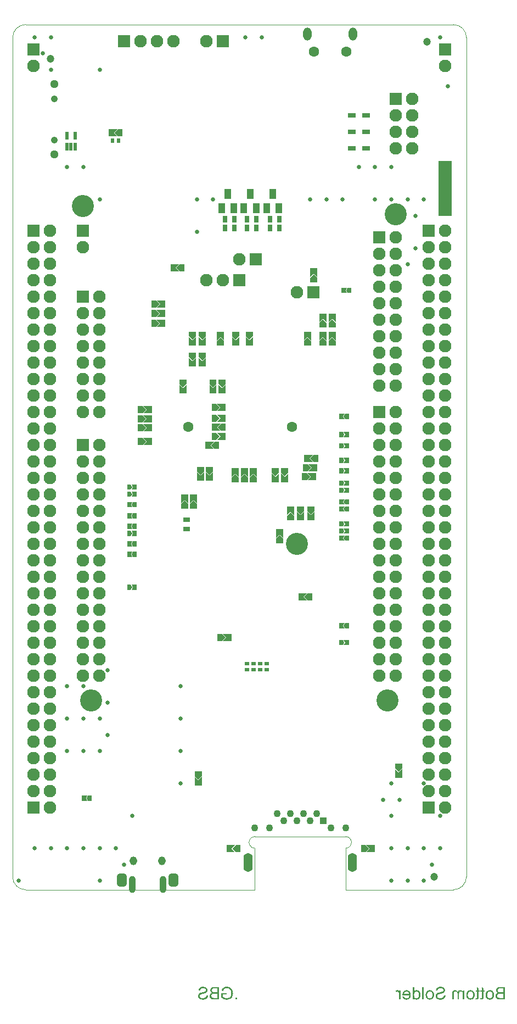
<source format=gbs>
G04 Layer_Color=16711935*
%FSLAX43Y43*%
%MOMM*%
G71*
G01*
G75*
%ADD83C,0.100*%
%ADD84C,0.100*%
%ADD108R,2.000X8.500*%
%ADD140C,1.100*%
%ADD142R,0.800X0.610*%
%ADD143R,1.100X0.740*%
%ADD144R,0.610X0.800*%
%ADD145R,0.740X1.100*%
%ADD162C,1.200*%
%ADD163C,1.600*%
%ADD164C,1.950*%
%ADD165R,1.950X1.950*%
%ADD166R,1.950X1.950*%
%ADD167O,1.400X2.900*%
%ADD168R,1.100X1.100*%
%ADD169O,1.150X1.350*%
%ADD170O,1.050X2.625*%
G04:AMPARAMS|DCode=171|XSize=2mm|YSize=1.475mm|CornerRadius=0.394mm|HoleSize=0mm|Usage=FLASHONLY|Rotation=90.000|XOffset=0mm|YOffset=0mm|HoleType=Round|Shape=RoundedRectangle|*
%AMROUNDEDRECTD171*
21,1,2.000,0.688,0,0,90.0*
21,1,1.212,1.475,0,0,90.0*
1,1,0.787,0.344,0.606*
1,1,0.787,0.344,-0.606*
1,1,0.787,-0.344,-0.606*
1,1,0.787,-0.344,0.606*
%
%ADD171ROUNDEDRECTD171*%
%ADD172C,1.070*%
%ADD173C,1.290*%
%ADD174O,1.300X2.000*%
%ADD175C,3.403*%
%ADD176R,0.500X1.300*%
%ADD177R,1.100X1.500*%
%ADD178R,1.160X0.640*%
%ADD179C,0.653*%
G36*
X46575Y56925D02*
X45475D01*
Y58275D01*
X46025Y57725D01*
Y57725D01*
X46575Y58275D01*
Y56925D01*
D02*
G37*
G36*
X44975Y58375D02*
X44425Y57825D01*
X43875Y58375D01*
Y59075D01*
X44975D01*
Y58375D01*
D02*
G37*
G36*
Y56925D02*
X43875D01*
Y58275D01*
X44425Y57725D01*
Y57725D01*
X44975Y58275D01*
Y56925D01*
D02*
G37*
G36*
X19150Y57225D02*
X18562D01*
X18362Y57625D01*
X18562Y58025D01*
X19150D01*
Y57225D01*
D02*
G37*
G36*
X43425Y57725D02*
X42875Y58275D01*
Y58275D01*
X42325Y57725D01*
Y59075D01*
X43425D01*
Y57725D01*
D02*
G37*
G36*
X27075Y59450D02*
Y58750D01*
X25975D01*
Y59450D01*
X26525Y60000D01*
X27075Y59450D01*
D02*
G37*
G36*
X28475D02*
Y58750D01*
X27375D01*
Y59450D01*
X27925Y60000D01*
X28475Y59450D01*
D02*
G37*
G36*
X51875Y58300D02*
X51287D01*
X51088Y58700D01*
X51287Y59100D01*
X51875D01*
Y58300D01*
D02*
G37*
G36*
X46575Y58375D02*
X46025Y57825D01*
X45475Y58375D01*
Y59075D01*
X46575D01*
Y58375D01*
D02*
G37*
G36*
X50987Y58700D02*
X51188Y58300D01*
X50375D01*
Y59100D01*
X51188D01*
X50987Y58700D01*
D02*
G37*
G36*
X18263Y57625D02*
X18462Y57225D01*
X17650D01*
Y58025D01*
X18462D01*
X18263Y57625D01*
D02*
G37*
G36*
X51162Y55275D02*
X50963Y54875D01*
X50375D01*
Y55675D01*
X50963D01*
X51162Y55275D01*
D02*
G37*
G36*
X51875Y54875D02*
X51062D01*
X51263Y55275D01*
X51062Y55675D01*
X51875D01*
Y54875D01*
D02*
G37*
G36*
X19150Y54500D02*
X18337D01*
X18538Y54900D01*
X18337Y55300D01*
X19150D01*
Y54500D01*
D02*
G37*
G36*
X41775Y54225D02*
X41225Y54775D01*
Y54775D01*
X40675Y54225D01*
Y55575D01*
X41775D01*
Y54225D01*
D02*
G37*
G36*
X18438Y54900D02*
X18237Y54500D01*
X17650D01*
Y55300D01*
X18237D01*
X18438Y54900D01*
D02*
G37*
G36*
X51875Y55975D02*
X51062D01*
X51263Y56375D01*
X51062Y56775D01*
X51875D01*
Y55975D01*
D02*
G37*
G36*
X43425Y57625D02*
Y56925D01*
X42325D01*
Y57625D01*
X42875Y58175D01*
X43425Y57625D01*
D02*
G37*
G36*
X51162Y56375D02*
X50963Y55975D01*
X50375D01*
Y56775D01*
X50963D01*
X51162Y56375D01*
D02*
G37*
G36*
X18263Y56000D02*
X18462Y55600D01*
X17650D01*
Y56400D01*
X18462D01*
X18263Y56000D01*
D02*
G37*
G36*
X19150Y55600D02*
X18562D01*
X18362Y56000D01*
X18562Y56400D01*
X19150D01*
Y55600D01*
D02*
G37*
G36*
X34900Y63525D02*
Y62825D01*
X33800D01*
Y63525D01*
X34350Y64075D01*
X34900Y63525D01*
D02*
G37*
G36*
X36300D02*
Y62825D01*
X35200D01*
Y63525D01*
X35750Y64075D01*
X36300Y63525D01*
D02*
G37*
G36*
X51875Y62275D02*
X51062D01*
X51263Y62675D01*
X51062Y63075D01*
X51875D01*
Y62275D01*
D02*
G37*
G36*
X19150Y61650D02*
X18337D01*
X18538Y62050D01*
X18337Y62450D01*
X19150D01*
Y61650D01*
D02*
G37*
G36*
X51162Y62675D02*
X50963Y62275D01*
X50375D01*
Y63075D01*
X50963D01*
X51162Y62675D01*
D02*
G37*
G36*
X34900Y63625D02*
X34350Y64175D01*
Y64175D01*
X33800Y63625D01*
Y64975D01*
X34900D01*
Y63625D01*
D02*
G37*
G36*
X36300D02*
X35750Y64175D01*
Y64175D01*
X35200Y63625D01*
Y64975D01*
X36300D01*
Y63625D01*
D02*
G37*
G36*
X46800Y63125D02*
X45450D01*
X46000Y63675D01*
X46000D01*
X45450Y64225D01*
X46800D01*
Y63125D01*
D02*
G37*
G36*
X37700Y63525D02*
Y62825D01*
X36600D01*
Y63525D01*
X37150Y64075D01*
X37700Y63525D01*
D02*
G37*
G36*
X45900Y63675D02*
X45350Y63125D01*
X44650D01*
Y64225D01*
X45350D01*
X45900Y63675D01*
D02*
G37*
G36*
X18438Y62050D02*
X18237Y61650D01*
X17650D01*
Y62450D01*
X18237D01*
X18438Y62050D01*
D02*
G37*
G36*
X51875Y59375D02*
X51287D01*
X51088Y59775D01*
X51287Y60175D01*
X51875D01*
Y59375D01*
D02*
G37*
G36*
X27075Y59550D02*
X26525Y60100D01*
Y60100D01*
X25975Y59550D01*
Y60900D01*
X27075D01*
Y59550D01*
D02*
G37*
G36*
X50987Y59775D02*
X51188Y59375D01*
X50375D01*
Y60175D01*
X51188D01*
X50987Y59775D01*
D02*
G37*
G36*
X18263Y59350D02*
X18462Y58950D01*
X17650D01*
Y59750D01*
X18462D01*
X18263Y59350D01*
D02*
G37*
G36*
X19150Y58950D02*
X18562D01*
X18362Y59350D01*
X18562Y59750D01*
X19150D01*
Y58950D01*
D02*
G37*
G36*
X51162Y61575D02*
X50963Y61175D01*
X50375D01*
Y61975D01*
X50963D01*
X51162Y61575D01*
D02*
G37*
G36*
X51875Y61175D02*
X51062D01*
X51263Y61575D01*
X51062Y61975D01*
X51875D01*
Y61175D01*
D02*
G37*
G36*
X19150Y60550D02*
X18337D01*
X18538Y60950D01*
X18337Y61350D01*
X19150D01*
Y60550D01*
D02*
G37*
G36*
X28475Y59550D02*
X27925Y60100D01*
Y60100D01*
X27375Y59550D01*
Y60900D01*
X28475D01*
Y59550D01*
D02*
G37*
G36*
X18438Y60950D02*
X18237Y60550D01*
X17650D01*
Y61350D01*
X18237D01*
X18438Y60950D01*
D02*
G37*
G36*
X51875Y53775D02*
X51287D01*
X51088Y54175D01*
X51287Y54575D01*
X51875D01*
Y53775D01*
D02*
G37*
G36*
X34635Y-16899D02*
X34365D01*
Y-16630D01*
X34635D01*
Y-16899D01*
D02*
G37*
G36*
X33133Y-14950D02*
X33230Y-14964D01*
X33274Y-14972D01*
X33316Y-14983D01*
X33355Y-14992D01*
X33391Y-15003D01*
X33424Y-15014D01*
X33452Y-15025D01*
X33477Y-15036D01*
X33499Y-15044D01*
X33516Y-15053D01*
X33527Y-15058D01*
X33535Y-15061D01*
X33538Y-15064D01*
X33577Y-15089D01*
X33616Y-15114D01*
X33683Y-15172D01*
X33741Y-15230D01*
X33788Y-15292D01*
X33827Y-15344D01*
X33841Y-15367D01*
X33852Y-15389D01*
X33863Y-15405D01*
X33869Y-15417D01*
X33871Y-15425D01*
X33874Y-15428D01*
X33913Y-15519D01*
X33941Y-15611D01*
X33963Y-15700D01*
X33968Y-15741D01*
X33977Y-15780D01*
X33980Y-15816D01*
X33985Y-15847D01*
X33988Y-15877D01*
Y-15902D01*
X33991Y-15922D01*
Y-15936D01*
Y-15947D01*
Y-15950D01*
X33985Y-16052D01*
X33971Y-16149D01*
X33963Y-16194D01*
X33955Y-16235D01*
X33944Y-16277D01*
X33932Y-16313D01*
X33921Y-16347D01*
X33910Y-16374D01*
X33902Y-16402D01*
X33894Y-16421D01*
X33885Y-16441D01*
X33880Y-16452D01*
X33874Y-16460D01*
Y-16463D01*
X33824Y-16544D01*
X33769Y-16613D01*
X33710Y-16674D01*
X33655Y-16724D01*
X33602Y-16763D01*
X33583Y-16777D01*
X33563Y-16791D01*
X33547Y-16799D01*
X33535Y-16807D01*
X33527Y-16810D01*
X33524Y-16813D01*
X33480Y-16835D01*
X33435Y-16852D01*
X33347Y-16882D01*
X33261Y-16902D01*
X33180Y-16918D01*
X33144Y-16921D01*
X33111Y-16927D01*
X33080Y-16930D01*
X33055D01*
X33036Y-16932D01*
X33008D01*
X32930Y-16930D01*
X32855Y-16921D01*
X32786Y-16907D01*
X32725Y-16893D01*
X32700Y-16888D01*
X32675Y-16882D01*
X32653Y-16874D01*
X32633Y-16868D01*
X32619Y-16863D01*
X32608Y-16860D01*
X32603Y-16857D01*
X32600D01*
X32525Y-16827D01*
X32455Y-16791D01*
X32389Y-16752D01*
X32331Y-16716D01*
X32306Y-16699D01*
X32281Y-16682D01*
X32261Y-16669D01*
X32244Y-16657D01*
X32231Y-16646D01*
X32219Y-16638D01*
X32214Y-16635D01*
X32211Y-16632D01*
Y-15919D01*
X33027D01*
Y-16147D01*
X32461D01*
Y-16508D01*
X32494Y-16535D01*
X32533Y-16560D01*
X32575Y-16583D01*
X32614Y-16602D01*
X32647Y-16619D01*
X32678Y-16632D01*
X32689Y-16638D01*
X32694Y-16641D01*
X32700Y-16644D01*
X32703D01*
X32761Y-16663D01*
X32819Y-16680D01*
X32872Y-16691D01*
X32922Y-16696D01*
X32963Y-16702D01*
X32980D01*
X32997Y-16705D01*
X33025D01*
X33094Y-16702D01*
X33161Y-16691D01*
X33222Y-16677D01*
X33277Y-16663D01*
X33322Y-16646D01*
X33341Y-16641D01*
X33355Y-16635D01*
X33369Y-16630D01*
X33377Y-16624D01*
X33383Y-16621D01*
X33385D01*
X33444Y-16585D01*
X33497Y-16546D01*
X33541Y-16505D01*
X33577Y-16463D01*
X33608Y-16424D01*
X33627Y-16394D01*
X33635Y-16383D01*
X33638Y-16374D01*
X33644Y-16369D01*
Y-16366D01*
X33671Y-16297D01*
X33694Y-16224D01*
X33708Y-16152D01*
X33719Y-16083D01*
X33721Y-16052D01*
X33724Y-16024D01*
X33727Y-15997D01*
Y-15975D01*
X33730Y-15958D01*
Y-15944D01*
Y-15936D01*
Y-15933D01*
X33727Y-15855D01*
X33719Y-15786D01*
X33708Y-15719D01*
X33694Y-15661D01*
X33688Y-15636D01*
X33680Y-15614D01*
X33674Y-15594D01*
X33669Y-15578D01*
X33663Y-15564D01*
X33660Y-15555D01*
X33658Y-15550D01*
Y-15547D01*
X33638Y-15508D01*
X33619Y-15472D01*
X33599Y-15439D01*
X33580Y-15411D01*
X33563Y-15389D01*
X33549Y-15369D01*
X33538Y-15358D01*
X33535Y-15355D01*
X33505Y-15325D01*
X33472Y-15297D01*
X33435Y-15275D01*
X33402Y-15253D01*
X33374Y-15239D01*
X33352Y-15225D01*
X33336Y-15219D01*
X33330Y-15217D01*
X33280Y-15197D01*
X33230Y-15183D01*
X33177Y-15175D01*
X33130Y-15167D01*
X33088Y-15164D01*
X33072D01*
X33058Y-15161D01*
X33027D01*
X32975Y-15164D01*
X32925Y-15169D01*
X32880Y-15178D01*
X32841Y-15186D01*
X32808Y-15197D01*
X32783Y-15206D01*
X32769Y-15211D01*
X32764Y-15214D01*
X32722Y-15233D01*
X32686Y-15255D01*
X32653Y-15278D01*
X32628Y-15300D01*
X32608Y-15319D01*
X32591Y-15333D01*
X32583Y-15344D01*
X32580Y-15347D01*
X32555Y-15380D01*
X32536Y-15419D01*
X32517Y-15455D01*
X32500Y-15494D01*
X32489Y-15528D01*
X32480Y-15553D01*
X32478Y-15564D01*
X32475Y-15572D01*
X32472Y-15575D01*
Y-15578D01*
X32242Y-15516D01*
X32261Y-15447D01*
X32286Y-15386D01*
X32311Y-15330D01*
X32333Y-15286D01*
X32355Y-15250D01*
X32372Y-15225D01*
X32383Y-15208D01*
X32389Y-15203D01*
X32428Y-15158D01*
X32469Y-15122D01*
X32514Y-15089D01*
X32555Y-15061D01*
X32594Y-15042D01*
X32625Y-15025D01*
X32636Y-15019D01*
X32644Y-15017D01*
X32650Y-15014D01*
X32653D01*
X32716Y-14992D01*
X32783Y-14975D01*
X32844Y-14961D01*
X32902Y-14953D01*
X32955Y-14947D01*
X32977D01*
X32994Y-14945D01*
X33083D01*
X33133Y-14950D01*
D02*
G37*
G36*
X31847Y-16899D02*
X31115D01*
X31048Y-16896D01*
X30990Y-16893D01*
X30937Y-16888D01*
X30892Y-16882D01*
X30856Y-16877D01*
X30829Y-16874D01*
X30812Y-16868D01*
X30806D01*
X30759Y-16855D01*
X30720Y-16841D01*
X30684Y-16824D01*
X30654Y-16807D01*
X30629Y-16796D01*
X30609Y-16785D01*
X30598Y-16777D01*
X30595Y-16774D01*
X30565Y-16749D01*
X30537Y-16719D01*
X30515Y-16688D01*
X30493Y-16660D01*
X30476Y-16632D01*
X30465Y-16613D01*
X30457Y-16599D01*
X30454Y-16594D01*
X30434Y-16549D01*
X30420Y-16505D01*
X30409Y-16463D01*
X30404Y-16424D01*
X30398Y-16391D01*
X30395Y-16363D01*
Y-16347D01*
Y-16344D01*
Y-16341D01*
X30398Y-16280D01*
X30409Y-16224D01*
X30426Y-16177D01*
X30443Y-16133D01*
X30459Y-16099D01*
X30476Y-16074D01*
X30487Y-16058D01*
X30490Y-16052D01*
X30529Y-16008D01*
X30570Y-15972D01*
X30618Y-15941D01*
X30659Y-15916D01*
X30698Y-15897D01*
X30731Y-15886D01*
X30743Y-15880D01*
X30751Y-15877D01*
X30756Y-15875D01*
X30759D01*
X30712Y-15847D01*
X30670Y-15819D01*
X30637Y-15789D01*
X30609Y-15761D01*
X30587Y-15739D01*
X30570Y-15716D01*
X30562Y-15705D01*
X30559Y-15700D01*
X30537Y-15658D01*
X30520Y-15619D01*
X30507Y-15580D01*
X30498Y-15544D01*
X30493Y-15514D01*
X30490Y-15489D01*
Y-15475D01*
Y-15469D01*
X30493Y-15422D01*
X30501Y-15375D01*
X30515Y-15333D01*
X30529Y-15294D01*
X30543Y-15261D01*
X30557Y-15239D01*
X30565Y-15222D01*
X30568Y-15217D01*
X30598Y-15175D01*
X30631Y-15136D01*
X30668Y-15106D01*
X30701Y-15081D01*
X30729Y-15061D01*
X30754Y-15047D01*
X30770Y-15039D01*
X30773Y-15036D01*
X30776D01*
X30829Y-15017D01*
X30887Y-15003D01*
X30945Y-14992D01*
X31001Y-14986D01*
X31051Y-14981D01*
X31073D01*
X31092Y-14978D01*
X31847D01*
Y-16899D01*
D02*
G37*
G36*
X69117Y-15478D02*
X69164Y-15486D01*
X69205Y-15494D01*
X69241Y-15505D01*
X69272Y-15519D01*
X69294Y-15528D01*
X69308Y-15536D01*
X69314Y-15539D01*
X69352Y-15564D01*
X69386Y-15591D01*
X69416Y-15619D01*
X69441Y-15647D01*
X69461Y-15669D01*
X69477Y-15689D01*
X69486Y-15700D01*
X69489Y-15705D01*
Y-15505D01*
X69700D01*
Y-16899D01*
X69464D01*
Y-16177D01*
X69461Y-16111D01*
X69458Y-16052D01*
X69452Y-16002D01*
X69444Y-15961D01*
X69436Y-15930D01*
X69430Y-15908D01*
X69427Y-15894D01*
X69425Y-15888D01*
X69408Y-15852D01*
X69389Y-15822D01*
X69369Y-15794D01*
X69350Y-15772D01*
X69330Y-15755D01*
X69316Y-15744D01*
X69305Y-15736D01*
X69303Y-15733D01*
X69269Y-15716D01*
X69239Y-15702D01*
X69205Y-15694D01*
X69178Y-15686D01*
X69155Y-15683D01*
X69136Y-15680D01*
X69119D01*
X69072Y-15683D01*
X69033Y-15691D01*
X69000Y-15705D01*
X68975Y-15719D01*
X68955Y-15736D01*
X68942Y-15747D01*
X68933Y-15758D01*
X68930Y-15761D01*
X68911Y-15794D01*
X68897Y-15830D01*
X68886Y-15869D01*
X68881Y-15908D01*
X68875Y-15941D01*
X68872Y-15972D01*
Y-15983D01*
Y-15988D01*
Y-15994D01*
Y-15997D01*
Y-16899D01*
X68636D01*
Y-16091D01*
X68631Y-16016D01*
X68620Y-15952D01*
X68606Y-15900D01*
X68586Y-15855D01*
X68570Y-15822D01*
X68553Y-15800D01*
X68542Y-15786D01*
X68539Y-15780D01*
X68500Y-15747D01*
X68459Y-15722D01*
X68417Y-15705D01*
X68378Y-15691D01*
X68345Y-15686D01*
X68317Y-15683D01*
X68306Y-15680D01*
X68292D01*
X68261Y-15683D01*
X68236Y-15686D01*
X68211Y-15691D01*
X68192Y-15700D01*
X68173Y-15708D01*
X68161Y-15714D01*
X68153Y-15716D01*
X68150Y-15719D01*
X68128Y-15736D01*
X68112Y-15752D01*
X68098Y-15769D01*
X68087Y-15786D01*
X68078Y-15800D01*
X68073Y-15811D01*
X68067Y-15819D01*
Y-15822D01*
X68059Y-15847D01*
X68053Y-15880D01*
X68050Y-15913D01*
X68048Y-15947D01*
X68045Y-15977D01*
Y-16002D01*
Y-16019D01*
Y-16022D01*
Y-16024D01*
Y-16899D01*
X67809D01*
Y-15944D01*
Y-15900D01*
X67814Y-15861D01*
X67820Y-15822D01*
X67826Y-15789D01*
X67834Y-15755D01*
X67845Y-15727D01*
X67853Y-15702D01*
X67864Y-15677D01*
X67876Y-15658D01*
X67884Y-15639D01*
X67903Y-15614D01*
X67914Y-15597D01*
X67920Y-15591D01*
X67964Y-15553D01*
X68017Y-15525D01*
X68070Y-15503D01*
X68120Y-15489D01*
X68167Y-15480D01*
X68186Y-15478D01*
X68206D01*
X68220Y-15475D01*
X68239D01*
X68289Y-15478D01*
X68334Y-15486D01*
X68378Y-15497D01*
X68420Y-15514D01*
X68459Y-15533D01*
X68495Y-15553D01*
X68525Y-15575D01*
X68556Y-15597D01*
X68583Y-15622D01*
X68606Y-15644D01*
X68625Y-15664D01*
X68642Y-15683D01*
X68656Y-15700D01*
X68664Y-15711D01*
X68670Y-15719D01*
X68672Y-15722D01*
X68689Y-15680D01*
X68711Y-15644D01*
X68736Y-15614D01*
X68758Y-15589D01*
X68781Y-15566D01*
X68797Y-15553D01*
X68808Y-15544D01*
X68814Y-15541D01*
X68853Y-15519D01*
X68894Y-15503D01*
X68936Y-15491D01*
X68978Y-15483D01*
X69011Y-15478D01*
X69042Y-15475D01*
X69067D01*
X69117Y-15478D01*
D02*
G37*
G36*
X29457Y-14947D02*
X29521Y-14956D01*
X29582Y-14967D01*
X29635Y-14978D01*
X29676Y-14989D01*
X29696Y-14995D01*
X29710Y-15000D01*
X29721Y-15006D01*
X29729Y-15008D01*
X29735Y-15011D01*
X29738D01*
X29793Y-15039D01*
X29843Y-15069D01*
X29885Y-15103D01*
X29918Y-15133D01*
X29943Y-15161D01*
X29962Y-15183D01*
X29976Y-15200D01*
X29979Y-15203D01*
Y-15206D01*
X30007Y-15253D01*
X30026Y-15300D01*
X30040Y-15347D01*
X30048Y-15389D01*
X30054Y-15425D01*
X30060Y-15453D01*
Y-15464D01*
Y-15472D01*
Y-15475D01*
Y-15478D01*
X30057Y-15525D01*
X30048Y-15569D01*
X30037Y-15611D01*
X30026Y-15647D01*
X30015Y-15675D01*
X30004Y-15697D01*
X29996Y-15711D01*
X29993Y-15716D01*
X29965Y-15755D01*
X29932Y-15791D01*
X29899Y-15822D01*
X29865Y-15847D01*
X29837Y-15869D01*
X29812Y-15883D01*
X29796Y-15894D01*
X29793Y-15897D01*
X29790D01*
X29768Y-15908D01*
X29743Y-15919D01*
X29688Y-15938D01*
X29624Y-15958D01*
X29563Y-15977D01*
X29507Y-15994D01*
X29482Y-16000D01*
X29460Y-16005D01*
X29443Y-16011D01*
X29429Y-16013D01*
X29421Y-16016D01*
X29418D01*
X29371Y-16027D01*
X29327Y-16038D01*
X29288Y-16049D01*
X29254Y-16058D01*
X29221Y-16066D01*
X29193Y-16074D01*
X29168Y-16080D01*
X29149Y-16088D01*
X29130Y-16094D01*
X29116Y-16097D01*
X29093Y-16105D01*
X29080Y-16108D01*
X29077Y-16111D01*
X29035Y-16127D01*
X28999Y-16147D01*
X28969Y-16166D01*
X28946Y-16183D01*
X28927Y-16199D01*
X28916Y-16211D01*
X28907Y-16219D01*
X28905Y-16222D01*
X28885Y-16247D01*
X28871Y-16274D01*
X28863Y-16302D01*
X28855Y-16324D01*
X28852Y-16347D01*
X28849Y-16363D01*
Y-16377D01*
Y-16380D01*
X28852Y-16413D01*
X28857Y-16444D01*
X28866Y-16471D01*
X28877Y-16494D01*
X28888Y-16516D01*
X28896Y-16530D01*
X28902Y-16541D01*
X28905Y-16544D01*
X28927Y-16571D01*
X28955Y-16594D01*
X28982Y-16613D01*
X29007Y-16632D01*
X29032Y-16644D01*
X29052Y-16655D01*
X29066Y-16660D01*
X29071Y-16663D01*
X29113Y-16677D01*
X29157Y-16688D01*
X29202Y-16694D01*
X29241Y-16699D01*
X29274Y-16702D01*
X29302Y-16705D01*
X29327D01*
X29388Y-16702D01*
X29443Y-16696D01*
X29493Y-16688D01*
X29538Y-16677D01*
X29574Y-16666D01*
X29601Y-16657D01*
X29610Y-16655D01*
X29618Y-16652D01*
X29621Y-16649D01*
X29624D01*
X29668Y-16627D01*
X29710Y-16602D01*
X29740Y-16577D01*
X29768Y-16552D01*
X29790Y-16533D01*
X29804Y-16513D01*
X29812Y-16502D01*
X29815Y-16499D01*
X29835Y-16463D01*
X29854Y-16424D01*
X29865Y-16383D01*
X29876Y-16347D01*
X29885Y-16310D01*
X29890Y-16285D01*
Y-16274D01*
X29893Y-16266D01*
Y-16263D01*
Y-16260D01*
X30132Y-16283D01*
X30126Y-16352D01*
X30115Y-16419D01*
X30098Y-16477D01*
X30079Y-16530D01*
X30060Y-16571D01*
X30051Y-16588D01*
X30046Y-16602D01*
X30037Y-16613D01*
X30035Y-16621D01*
X30029Y-16627D01*
Y-16630D01*
X29987Y-16682D01*
X29943Y-16730D01*
X29896Y-16769D01*
X29851Y-16802D01*
X29812Y-16827D01*
X29779Y-16843D01*
X29768Y-16849D01*
X29760Y-16855D01*
X29754Y-16857D01*
X29751D01*
X29682Y-16882D01*
X29610Y-16902D01*
X29538Y-16913D01*
X29468Y-16924D01*
X29435Y-16927D01*
X29407Y-16930D01*
X29382D01*
X29360Y-16932D01*
X29316D01*
X29241Y-16930D01*
X29171Y-16921D01*
X29107Y-16907D01*
X29055Y-16893D01*
X29010Y-16882D01*
X28991Y-16874D01*
X28974Y-16868D01*
X28963Y-16863D01*
X28955Y-16860D01*
X28949Y-16857D01*
X28946D01*
X28888Y-16827D01*
X28838Y-16794D01*
X28794Y-16757D01*
X28758Y-16724D01*
X28730Y-16696D01*
X28710Y-16671D01*
X28696Y-16655D01*
X28694Y-16652D01*
Y-16649D01*
X28663Y-16596D01*
X28641Y-16546D01*
X28627Y-16499D01*
X28616Y-16455D01*
X28610Y-16416D01*
X28605Y-16385D01*
Y-16374D01*
Y-16366D01*
Y-16363D01*
Y-16360D01*
X28608Y-16305D01*
X28616Y-16252D01*
X28630Y-16205D01*
X28644Y-16166D01*
X28660Y-16133D01*
X28671Y-16108D01*
X28683Y-16094D01*
X28685Y-16088D01*
X28719Y-16047D01*
X28758Y-16008D01*
X28799Y-15975D01*
X28841Y-15944D01*
X28877Y-15922D01*
X28907Y-15905D01*
X28919Y-15900D01*
X28927Y-15894D01*
X28932Y-15891D01*
X28935D01*
X28957Y-15880D01*
X28985Y-15872D01*
X29016Y-15861D01*
X29049Y-15850D01*
X29118Y-15830D01*
X29191Y-15811D01*
X29224Y-15802D01*
X29254Y-15794D01*
X29285Y-15786D01*
X29310Y-15780D01*
X29329Y-15775D01*
X29346Y-15772D01*
X29357Y-15769D01*
X29360D01*
X29415Y-15755D01*
X29465Y-15744D01*
X29510Y-15730D01*
X29549Y-15719D01*
X29585Y-15705D01*
X29615Y-15694D01*
X29643Y-15683D01*
X29668Y-15675D01*
X29688Y-15664D01*
X29704Y-15655D01*
X29715Y-15650D01*
X29726Y-15641D01*
X29740Y-15633D01*
X29743Y-15630D01*
X29768Y-15603D01*
X29785Y-15575D01*
X29799Y-15547D01*
X29807Y-15519D01*
X29812Y-15497D01*
X29815Y-15478D01*
Y-15466D01*
Y-15461D01*
X29810Y-15417D01*
X29799Y-15378D01*
X29782Y-15344D01*
X29763Y-15314D01*
X29746Y-15292D01*
X29729Y-15272D01*
X29718Y-15261D01*
X29713Y-15258D01*
X29690Y-15244D01*
X29668Y-15230D01*
X29615Y-15208D01*
X29560Y-15194D01*
X29504Y-15183D01*
X29454Y-15178D01*
X29432Y-15175D01*
X29415Y-15172D01*
X29377D01*
X29299Y-15175D01*
X29229Y-15186D01*
X29174Y-15203D01*
X29127Y-15219D01*
X29091Y-15236D01*
X29063Y-15253D01*
X29049Y-15264D01*
X29043Y-15267D01*
X29005Y-15305D01*
X28974Y-15347D01*
X28949Y-15392D01*
X28932Y-15436D01*
X28921Y-15478D01*
X28913Y-15508D01*
X28910Y-15522D01*
X28907Y-15530D01*
Y-15536D01*
Y-15539D01*
X28663Y-15519D01*
X28669Y-15458D01*
X28683Y-15403D01*
X28696Y-15350D01*
X28716Y-15305D01*
X28733Y-15269D01*
X28746Y-15242D01*
X28752Y-15233D01*
X28758Y-15225D01*
X28760Y-15222D01*
Y-15219D01*
X28796Y-15172D01*
X28835Y-15131D01*
X28877Y-15094D01*
X28919Y-15067D01*
X28955Y-15042D01*
X28982Y-15028D01*
X28993Y-15022D01*
X29002Y-15017D01*
X29007Y-15014D01*
X29010D01*
X29071Y-14992D01*
X29138Y-14975D01*
X29199Y-14961D01*
X29257Y-14953D01*
X29310Y-14947D01*
X29329D01*
X29349Y-14945D01*
X29385D01*
X29457Y-14947D01*
D02*
G37*
G36*
X55900Y5800D02*
X54550D01*
X55100Y6350D01*
X55100D01*
X54550Y6900D01*
X55900D01*
Y5800D01*
D02*
G37*
G36*
X11312Y14125D02*
X11512Y13725D01*
X10700D01*
Y14525D01*
X11512D01*
X11312Y14125D01*
D02*
G37*
G36*
X55000Y6350D02*
X54450Y5800D01*
X53750D01*
Y6900D01*
X54450D01*
X55000Y6350D01*
D02*
G37*
G36*
X33775D02*
X33775D01*
X34325Y5800D01*
X32975D01*
Y6900D01*
X34325D01*
X33775Y6350D01*
D02*
G37*
G36*
X35125Y5800D02*
X34425D01*
X33875Y6350D01*
X34425Y6900D01*
X35125D01*
Y5800D01*
D02*
G37*
G36*
X72645Y-15161D02*
Y-15505D01*
X72820D01*
Y-15689D01*
X72645D01*
Y-16494D01*
Y-16533D01*
Y-16566D01*
X72642Y-16596D01*
X72640Y-16627D01*
Y-16652D01*
X72637Y-16674D01*
X72631Y-16710D01*
X72626Y-16738D01*
X72623Y-16757D01*
X72617Y-16769D01*
Y-16771D01*
X72606Y-16796D01*
X72590Y-16816D01*
X72573Y-16835D01*
X72559Y-16849D01*
X72542Y-16863D01*
X72531Y-16871D01*
X72523Y-16877D01*
X72520Y-16880D01*
X72490Y-16893D01*
X72459Y-16902D01*
X72426Y-16910D01*
X72392Y-16913D01*
X72365Y-16916D01*
X72342Y-16918D01*
X72320D01*
X72259Y-16916D01*
X72229Y-16913D01*
X72201Y-16907D01*
X72176Y-16905D01*
X72156Y-16902D01*
X72145Y-16899D01*
X72140D01*
X72170Y-16691D01*
X72193Y-16694D01*
X72215Y-16696D01*
X72234D01*
X72248Y-16699D01*
X72276D01*
X72312Y-16696D01*
X72337Y-16691D01*
X72351Y-16685D01*
X72356Y-16682D01*
X72376Y-16669D01*
X72387Y-16655D01*
X72395Y-16644D01*
X72398Y-16638D01*
X72401Y-16624D01*
X72404Y-16605D01*
X72406Y-16560D01*
X72409Y-16541D01*
Y-16524D01*
Y-16513D01*
Y-16508D01*
Y-15689D01*
X72170D01*
Y-15505D01*
X72409D01*
Y-15019D01*
X72645Y-15161D01*
D02*
G37*
G36*
X70674Y-15478D02*
X70718Y-15480D01*
X70804Y-15500D01*
X70879Y-15525D01*
X70913Y-15539D01*
X70943Y-15553D01*
X70971Y-15566D01*
X70993Y-15580D01*
X71015Y-15594D01*
X71032Y-15605D01*
X71046Y-15616D01*
X71057Y-15625D01*
X71063Y-15627D01*
X71065Y-15630D01*
X71104Y-15666D01*
X71135Y-15708D01*
X71165Y-15752D01*
X71188Y-15797D01*
X71210Y-15844D01*
X71226Y-15894D01*
X71240Y-15941D01*
X71251Y-15986D01*
X71263Y-16030D01*
X71268Y-16069D01*
X71274Y-16108D01*
X71276Y-16138D01*
Y-16166D01*
X71279Y-16186D01*
Y-16197D01*
Y-16202D01*
X71276Y-16266D01*
X71271Y-16327D01*
X71263Y-16383D01*
X71251Y-16435D01*
X71238Y-16483D01*
X71224Y-16527D01*
X71207Y-16569D01*
X71190Y-16605D01*
X71174Y-16638D01*
X71157Y-16666D01*
X71143Y-16688D01*
X71129Y-16707D01*
X71118Y-16724D01*
X71110Y-16735D01*
X71104Y-16741D01*
X71102Y-16744D01*
X71065Y-16777D01*
X71029Y-16805D01*
X70990Y-16830D01*
X70952Y-16852D01*
X70913Y-16868D01*
X70871Y-16885D01*
X70796Y-16907D01*
X70763Y-16913D01*
X70729Y-16918D01*
X70702Y-16924D01*
X70677Y-16927D01*
X70655Y-16930D01*
X70627D01*
X70560Y-16927D01*
X70499Y-16916D01*
X70441Y-16902D01*
X70394Y-16888D01*
X70352Y-16871D01*
X70335Y-16866D01*
X70321Y-16860D01*
X70308Y-16855D01*
X70299Y-16849D01*
X70296Y-16846D01*
X70294D01*
X70238Y-16810D01*
X70191Y-16771D01*
X70149Y-16732D01*
X70116Y-16694D01*
X70091Y-16660D01*
X70072Y-16632D01*
X70066Y-16621D01*
X70060Y-16613D01*
X70058Y-16610D01*
Y-16608D01*
X70030Y-16544D01*
X70010Y-16474D01*
X69994Y-16405D01*
X69985Y-16335D01*
X69980Y-16305D01*
Y-16277D01*
X69977Y-16249D01*
X69974Y-16227D01*
Y-16208D01*
Y-16194D01*
Y-16186D01*
Y-16183D01*
X69977Y-16122D01*
X69983Y-16066D01*
X69991Y-16013D01*
X70002Y-15963D01*
X70016Y-15916D01*
X70033Y-15875D01*
X70049Y-15833D01*
X70066Y-15800D01*
X70083Y-15769D01*
X70099Y-15741D01*
X70116Y-15716D01*
X70130Y-15697D01*
X70141Y-15683D01*
X70149Y-15672D01*
X70155Y-15666D01*
X70158Y-15664D01*
X70194Y-15630D01*
X70230Y-15603D01*
X70269Y-15575D01*
X70308Y-15555D01*
X70346Y-15536D01*
X70385Y-15522D01*
X70460Y-15497D01*
X70496Y-15491D01*
X70527Y-15486D01*
X70555Y-15480D01*
X70580Y-15478D01*
X70599Y-15475D01*
X70627D01*
X70674Y-15478D01*
D02*
G37*
G36*
X73661D02*
X73706Y-15480D01*
X73792Y-15500D01*
X73867Y-15525D01*
X73900Y-15539D01*
X73930Y-15553D01*
X73958Y-15566D01*
X73980Y-15580D01*
X74003Y-15594D01*
X74019Y-15605D01*
X74033Y-15616D01*
X74044Y-15625D01*
X74050Y-15627D01*
X74053Y-15630D01*
X74091Y-15666D01*
X74122Y-15708D01*
X74153Y-15752D01*
X74175Y-15797D01*
X74197Y-15844D01*
X74214Y-15894D01*
X74228Y-15941D01*
X74239Y-15986D01*
X74250Y-16030D01*
X74255Y-16069D01*
X74261Y-16108D01*
X74264Y-16138D01*
Y-16166D01*
X74266Y-16186D01*
Y-16197D01*
Y-16202D01*
X74264Y-16266D01*
X74258Y-16327D01*
X74250Y-16383D01*
X74239Y-16435D01*
X74225Y-16483D01*
X74211Y-16527D01*
X74194Y-16569D01*
X74178Y-16605D01*
X74161Y-16638D01*
X74144Y-16666D01*
X74130Y-16688D01*
X74116Y-16707D01*
X74105Y-16724D01*
X74097Y-16735D01*
X74091Y-16741D01*
X74089Y-16744D01*
X74053Y-16777D01*
X74017Y-16805D01*
X73978Y-16830D01*
X73939Y-16852D01*
X73900Y-16868D01*
X73858Y-16885D01*
X73783Y-16907D01*
X73750Y-16913D01*
X73717Y-16918D01*
X73689Y-16924D01*
X73664Y-16927D01*
X73642Y-16930D01*
X73614D01*
X73547Y-16927D01*
X73486Y-16916D01*
X73428Y-16902D01*
X73381Y-16888D01*
X73339Y-16871D01*
X73322Y-16866D01*
X73309Y-16860D01*
X73295Y-16855D01*
X73286Y-16849D01*
X73284Y-16846D01*
X73281D01*
X73225Y-16810D01*
X73178Y-16771D01*
X73136Y-16732D01*
X73103Y-16694D01*
X73078Y-16660D01*
X73059Y-16632D01*
X73053Y-16621D01*
X73048Y-16613D01*
X73045Y-16610D01*
Y-16608D01*
X73017Y-16544D01*
X72998Y-16474D01*
X72981Y-16405D01*
X72973Y-16335D01*
X72967Y-16305D01*
Y-16277D01*
X72964Y-16249D01*
X72962Y-16227D01*
Y-16208D01*
Y-16194D01*
Y-16186D01*
Y-16183D01*
X72964Y-16122D01*
X72970Y-16066D01*
X72978Y-16013D01*
X72989Y-15963D01*
X73003Y-15916D01*
X73020Y-15875D01*
X73037Y-15833D01*
X73053Y-15800D01*
X73070Y-15769D01*
X73087Y-15741D01*
X73103Y-15716D01*
X73117Y-15697D01*
X73128Y-15683D01*
X73136Y-15672D01*
X73142Y-15666D01*
X73145Y-15664D01*
X73181Y-15630D01*
X73217Y-15603D01*
X73256Y-15575D01*
X73295Y-15555D01*
X73334Y-15536D01*
X73372Y-15522D01*
X73447Y-15497D01*
X73483Y-15491D01*
X73514Y-15486D01*
X73542Y-15480D01*
X73567Y-15478D01*
X73586Y-15475D01*
X73614D01*
X73661Y-15478D01*
D02*
G37*
G36*
X64405D02*
X64450Y-15480D01*
X64536Y-15500D01*
X64611Y-15525D01*
X64644Y-15539D01*
X64675Y-15553D01*
X64702Y-15566D01*
X64725Y-15580D01*
X64747Y-15594D01*
X64763Y-15605D01*
X64777Y-15616D01*
X64788Y-15625D01*
X64794Y-15627D01*
X64797Y-15630D01*
X64836Y-15666D01*
X64866Y-15708D01*
X64897Y-15752D01*
X64919Y-15797D01*
X64941Y-15844D01*
X64958Y-15894D01*
X64972Y-15941D01*
X64983Y-15986D01*
X64994Y-16030D01*
X64999Y-16069D01*
X65005Y-16108D01*
X65008Y-16138D01*
Y-16166D01*
X65010Y-16186D01*
Y-16197D01*
Y-16202D01*
X65008Y-16266D01*
X65002Y-16327D01*
X64994Y-16383D01*
X64983Y-16435D01*
X64969Y-16483D01*
X64955Y-16527D01*
X64938Y-16569D01*
X64922Y-16605D01*
X64905Y-16638D01*
X64888Y-16666D01*
X64874Y-16688D01*
X64861Y-16707D01*
X64849Y-16724D01*
X64841Y-16735D01*
X64836Y-16741D01*
X64833Y-16744D01*
X64797Y-16777D01*
X64761Y-16805D01*
X64722Y-16830D01*
X64683Y-16852D01*
X64644Y-16868D01*
X64602Y-16885D01*
X64527Y-16907D01*
X64494Y-16913D01*
X64461Y-16918D01*
X64433Y-16924D01*
X64408Y-16927D01*
X64386Y-16930D01*
X64358D01*
X64291Y-16927D01*
X64230Y-16916D01*
X64172Y-16902D01*
X64125Y-16888D01*
X64083Y-16871D01*
X64067Y-16866D01*
X64053Y-16860D01*
X64039Y-16855D01*
X64030Y-16849D01*
X64028Y-16846D01*
X64025D01*
X63969Y-16810D01*
X63922Y-16771D01*
X63881Y-16732D01*
X63847Y-16694D01*
X63822Y-16660D01*
X63803Y-16632D01*
X63797Y-16621D01*
X63792Y-16613D01*
X63789Y-16610D01*
Y-16608D01*
X63761Y-16544D01*
X63742Y-16474D01*
X63725Y-16405D01*
X63717Y-16335D01*
X63711Y-16305D01*
Y-16277D01*
X63708Y-16249D01*
X63706Y-16227D01*
Y-16208D01*
Y-16194D01*
Y-16186D01*
Y-16183D01*
X63708Y-16122D01*
X63714Y-16066D01*
X63722Y-16013D01*
X63733Y-15963D01*
X63747Y-15916D01*
X63764Y-15875D01*
X63781Y-15833D01*
X63797Y-15800D01*
X63814Y-15769D01*
X63831Y-15741D01*
X63847Y-15716D01*
X63861Y-15697D01*
X63872Y-15683D01*
X63881Y-15672D01*
X63886Y-15666D01*
X63889Y-15664D01*
X63925Y-15630D01*
X63961Y-15603D01*
X64000Y-15575D01*
X64039Y-15555D01*
X64078Y-15536D01*
X64117Y-15522D01*
X64191Y-15497D01*
X64228Y-15491D01*
X64258Y-15486D01*
X64286Y-15480D01*
X64311Y-15478D01*
X64330Y-15475D01*
X64358D01*
X64405Y-15478D01*
D02*
G37*
G36*
X66093Y-14947D02*
X66157Y-14956D01*
X66218Y-14967D01*
X66271Y-14978D01*
X66313Y-14989D01*
X66332Y-14995D01*
X66346Y-15000D01*
X66357Y-15006D01*
X66365Y-15008D01*
X66371Y-15011D01*
X66374D01*
X66429Y-15039D01*
X66479Y-15069D01*
X66521Y-15103D01*
X66554Y-15133D01*
X66579Y-15161D01*
X66598Y-15183D01*
X66612Y-15200D01*
X66615Y-15203D01*
Y-15206D01*
X66643Y-15253D01*
X66662Y-15300D01*
X66676Y-15347D01*
X66685Y-15389D01*
X66690Y-15425D01*
X66696Y-15453D01*
Y-15464D01*
Y-15472D01*
Y-15475D01*
Y-15478D01*
X66693Y-15525D01*
X66685Y-15569D01*
X66673Y-15611D01*
X66662Y-15647D01*
X66651Y-15675D01*
X66640Y-15697D01*
X66632Y-15711D01*
X66629Y-15716D01*
X66601Y-15755D01*
X66568Y-15791D01*
X66535Y-15822D01*
X66501Y-15847D01*
X66474Y-15869D01*
X66449Y-15883D01*
X66432Y-15894D01*
X66429Y-15897D01*
X66426D01*
X66404Y-15908D01*
X66379Y-15919D01*
X66324Y-15938D01*
X66260Y-15958D01*
X66199Y-15977D01*
X66143Y-15994D01*
X66118Y-16000D01*
X66096Y-16005D01*
X66079Y-16011D01*
X66065Y-16013D01*
X66057Y-16016D01*
X66054D01*
X66007Y-16027D01*
X65963Y-16038D01*
X65924Y-16049D01*
X65891Y-16058D01*
X65857Y-16066D01*
X65829Y-16074D01*
X65804Y-16080D01*
X65785Y-16088D01*
X65766Y-16094D01*
X65752Y-16097D01*
X65730Y-16105D01*
X65716Y-16108D01*
X65713Y-16111D01*
X65671Y-16127D01*
X65635Y-16147D01*
X65605Y-16166D01*
X65582Y-16183D01*
X65563Y-16199D01*
X65552Y-16211D01*
X65544Y-16219D01*
X65541Y-16222D01*
X65521Y-16247D01*
X65507Y-16274D01*
X65499Y-16302D01*
X65491Y-16324D01*
X65488Y-16347D01*
X65485Y-16363D01*
Y-16377D01*
Y-16380D01*
X65488Y-16413D01*
X65494Y-16444D01*
X65502Y-16471D01*
X65513Y-16494D01*
X65524Y-16516D01*
X65532Y-16530D01*
X65538Y-16541D01*
X65541Y-16544D01*
X65563Y-16571D01*
X65591Y-16594D01*
X65618Y-16613D01*
X65643Y-16632D01*
X65668Y-16644D01*
X65688Y-16655D01*
X65702Y-16660D01*
X65707Y-16663D01*
X65749Y-16677D01*
X65793Y-16688D01*
X65838Y-16694D01*
X65877Y-16699D01*
X65910Y-16702D01*
X65938Y-16705D01*
X65963D01*
X66024Y-16702D01*
X66079Y-16696D01*
X66129Y-16688D01*
X66174Y-16677D01*
X66210Y-16666D01*
X66238Y-16657D01*
X66246Y-16655D01*
X66254Y-16652D01*
X66257Y-16649D01*
X66260D01*
X66304Y-16627D01*
X66346Y-16602D01*
X66376Y-16577D01*
X66404Y-16552D01*
X66426Y-16533D01*
X66440Y-16513D01*
X66449Y-16502D01*
X66451Y-16499D01*
X66471Y-16463D01*
X66490Y-16424D01*
X66501Y-16383D01*
X66512Y-16347D01*
X66521Y-16310D01*
X66526Y-16285D01*
Y-16274D01*
X66529Y-16266D01*
Y-16263D01*
Y-16260D01*
X66768Y-16283D01*
X66762Y-16352D01*
X66751Y-16419D01*
X66734Y-16477D01*
X66715Y-16530D01*
X66696Y-16571D01*
X66687Y-16588D01*
X66682Y-16602D01*
X66673Y-16613D01*
X66671Y-16621D01*
X66665Y-16627D01*
Y-16630D01*
X66623Y-16682D01*
X66579Y-16730D01*
X66532Y-16769D01*
X66487Y-16802D01*
X66449Y-16827D01*
X66415Y-16843D01*
X66404Y-16849D01*
X66396Y-16855D01*
X66390Y-16857D01*
X66387D01*
X66318Y-16882D01*
X66246Y-16902D01*
X66174Y-16913D01*
X66104Y-16924D01*
X66071Y-16927D01*
X66043Y-16930D01*
X66018D01*
X65996Y-16932D01*
X65952D01*
X65877Y-16930D01*
X65807Y-16921D01*
X65743Y-16907D01*
X65691Y-16893D01*
X65646Y-16882D01*
X65627Y-16874D01*
X65610Y-16868D01*
X65599Y-16863D01*
X65591Y-16860D01*
X65585Y-16857D01*
X65582D01*
X65524Y-16827D01*
X65474Y-16794D01*
X65430Y-16757D01*
X65394Y-16724D01*
X65366Y-16696D01*
X65346Y-16671D01*
X65333Y-16655D01*
X65330Y-16652D01*
Y-16649D01*
X65299Y-16596D01*
X65277Y-16546D01*
X65263Y-16499D01*
X65252Y-16455D01*
X65246Y-16416D01*
X65241Y-16385D01*
Y-16374D01*
Y-16366D01*
Y-16363D01*
Y-16360D01*
X65244Y-16305D01*
X65252Y-16252D01*
X65266Y-16205D01*
X65280Y-16166D01*
X65296Y-16133D01*
X65308Y-16108D01*
X65319Y-16094D01*
X65321Y-16088D01*
X65355Y-16047D01*
X65394Y-16008D01*
X65435Y-15975D01*
X65477Y-15944D01*
X65513Y-15922D01*
X65544Y-15905D01*
X65555Y-15900D01*
X65563Y-15894D01*
X65568Y-15891D01*
X65571D01*
X65593Y-15880D01*
X65621Y-15872D01*
X65652Y-15861D01*
X65685Y-15850D01*
X65755Y-15830D01*
X65827Y-15811D01*
X65860Y-15802D01*
X65891Y-15794D01*
X65921Y-15786D01*
X65946Y-15780D01*
X65965Y-15775D01*
X65982Y-15772D01*
X65993Y-15769D01*
X65996D01*
X66052Y-15755D01*
X66102Y-15744D01*
X66146Y-15730D01*
X66185Y-15719D01*
X66221Y-15705D01*
X66251Y-15694D01*
X66279Y-15683D01*
X66304Y-15675D01*
X66324Y-15664D01*
X66340Y-15655D01*
X66351Y-15650D01*
X66362Y-15641D01*
X66376Y-15633D01*
X66379Y-15630D01*
X66404Y-15603D01*
X66421Y-15575D01*
X66435Y-15547D01*
X66443Y-15519D01*
X66449Y-15497D01*
X66451Y-15478D01*
Y-15466D01*
Y-15461D01*
X66446Y-15417D01*
X66435Y-15378D01*
X66418Y-15344D01*
X66399Y-15314D01*
X66382Y-15292D01*
X66365Y-15272D01*
X66354Y-15261D01*
X66349Y-15258D01*
X66326Y-15244D01*
X66304Y-15230D01*
X66251Y-15208D01*
X66196Y-15194D01*
X66140Y-15183D01*
X66090Y-15178D01*
X66068Y-15175D01*
X66052Y-15172D01*
X66013D01*
X65935Y-15175D01*
X65866Y-15186D01*
X65810Y-15203D01*
X65763Y-15219D01*
X65727Y-15236D01*
X65699Y-15253D01*
X65685Y-15264D01*
X65680Y-15267D01*
X65641Y-15305D01*
X65610Y-15347D01*
X65585Y-15392D01*
X65568Y-15436D01*
X65557Y-15478D01*
X65549Y-15508D01*
X65546Y-15522D01*
X65544Y-15530D01*
Y-15536D01*
Y-15539D01*
X65299Y-15519D01*
X65305Y-15458D01*
X65319Y-15403D01*
X65333Y-15350D01*
X65352Y-15305D01*
X65369Y-15269D01*
X65382Y-15242D01*
X65388Y-15233D01*
X65394Y-15225D01*
X65396Y-15222D01*
Y-15219D01*
X65432Y-15172D01*
X65471Y-15131D01*
X65513Y-15094D01*
X65555Y-15067D01*
X65591Y-15042D01*
X65618Y-15028D01*
X65630Y-15022D01*
X65638Y-15017D01*
X65643Y-15014D01*
X65646D01*
X65707Y-14992D01*
X65774Y-14975D01*
X65835Y-14961D01*
X65893Y-14953D01*
X65946Y-14947D01*
X65965D01*
X65985Y-14945D01*
X66021D01*
X66093Y-14947D01*
D02*
G37*
G36*
X61948Y-15666D02*
X61973Y-15636D01*
X62001Y-15611D01*
X62026Y-15586D01*
X62054Y-15566D01*
X62076Y-15553D01*
X62093Y-15539D01*
X62104Y-15533D01*
X62109Y-15530D01*
X62145Y-15511D01*
X62184Y-15497D01*
X62223Y-15489D01*
X62259Y-15480D01*
X62290Y-15478D01*
X62312Y-15475D01*
X62334D01*
X62395Y-15478D01*
X62454Y-15489D01*
X62506Y-15503D01*
X62551Y-15519D01*
X62590Y-15539D01*
X62617Y-15553D01*
X62628Y-15558D01*
X62637Y-15564D01*
X62640Y-15566D01*
X62642D01*
X62692Y-15603D01*
X62734Y-15647D01*
X62770Y-15689D01*
X62798Y-15730D01*
X62820Y-15769D01*
X62837Y-15800D01*
X62842Y-15811D01*
X62848Y-15819D01*
X62851Y-15825D01*
Y-15827D01*
X62873Y-15891D01*
X62889Y-15958D01*
X62903Y-16022D01*
X62912Y-16080D01*
X62917Y-16130D01*
Y-16152D01*
X62920Y-16169D01*
Y-16186D01*
Y-16197D01*
Y-16202D01*
Y-16205D01*
X62917Y-16283D01*
X62909Y-16355D01*
X62895Y-16419D01*
X62881Y-16474D01*
X62876Y-16499D01*
X62870Y-16519D01*
X62862Y-16538D01*
X62856Y-16555D01*
X62851Y-16566D01*
X62848Y-16574D01*
X62845Y-16580D01*
Y-16583D01*
X62814Y-16641D01*
X62778Y-16691D01*
X62742Y-16735D01*
X62706Y-16771D01*
X62676Y-16799D01*
X62651Y-16821D01*
X62634Y-16832D01*
X62631Y-16838D01*
X62628D01*
X62576Y-16868D01*
X62523Y-16891D01*
X62470Y-16907D01*
X62423Y-16918D01*
X62384Y-16924D01*
X62351Y-16927D01*
X62340Y-16930D01*
X62323D01*
X62276Y-16927D01*
X62231Y-16921D01*
X62190Y-16910D01*
X62154Y-16896D01*
X62118Y-16882D01*
X62084Y-16866D01*
X62057Y-16846D01*
X62032Y-16827D01*
X62007Y-16807D01*
X61987Y-16788D01*
X61971Y-16771D01*
X61957Y-16757D01*
X61946Y-16744D01*
X61937Y-16732D01*
X61934Y-16727D01*
X61932Y-16724D01*
Y-16899D01*
X61712D01*
Y-14978D01*
X61948D01*
Y-15666D01*
D02*
G37*
G36*
X60821Y-15478D02*
X60871Y-15483D01*
X60918Y-15491D01*
X60963Y-15505D01*
X61004Y-15519D01*
X61043Y-15536D01*
X61079Y-15553D01*
X61110Y-15572D01*
X61140Y-15589D01*
X61165Y-15608D01*
X61188Y-15625D01*
X61204Y-15639D01*
X61218Y-15652D01*
X61229Y-15661D01*
X61235Y-15666D01*
X61238Y-15669D01*
X61268Y-15708D01*
X61296Y-15750D01*
X61321Y-15791D01*
X61343Y-15836D01*
X61360Y-15883D01*
X61374Y-15927D01*
X61396Y-16016D01*
X61404Y-16055D01*
X61410Y-16094D01*
X61412Y-16127D01*
X61415Y-16158D01*
X61418Y-16183D01*
Y-16199D01*
Y-16213D01*
Y-16216D01*
X61415Y-16277D01*
X61410Y-16335D01*
X61401Y-16391D01*
X61390Y-16441D01*
X61376Y-16488D01*
X61363Y-16533D01*
X61346Y-16571D01*
X61329Y-16608D01*
X61313Y-16638D01*
X61296Y-16666D01*
X61282Y-16688D01*
X61268Y-16707D01*
X61257Y-16724D01*
X61249Y-16735D01*
X61243Y-16741D01*
X61240Y-16744D01*
X61204Y-16777D01*
X61168Y-16805D01*
X61129Y-16830D01*
X61088Y-16852D01*
X61049Y-16868D01*
X61007Y-16885D01*
X60929Y-16907D01*
X60893Y-16913D01*
X60860Y-16918D01*
X60829Y-16924D01*
X60805Y-16927D01*
X60785Y-16930D01*
X60755D01*
X60668Y-16924D01*
X60591Y-16910D01*
X60521Y-16893D01*
X60494Y-16882D01*
X60466Y-16871D01*
X60441Y-16860D01*
X60419Y-16849D01*
X60402Y-16841D01*
X60385Y-16832D01*
X60374Y-16824D01*
X60366Y-16818D01*
X60360Y-16813D01*
X60358D01*
X60302Y-16763D01*
X60258Y-16710D01*
X60219Y-16655D01*
X60191Y-16602D01*
X60169Y-16555D01*
X60160Y-16533D01*
X60152Y-16516D01*
X60147Y-16499D01*
X60144Y-16488D01*
X60141Y-16483D01*
Y-16480D01*
X60385Y-16449D01*
X60408Y-16502D01*
X60432Y-16546D01*
X60457Y-16585D01*
X60480Y-16616D01*
X60499Y-16638D01*
X60516Y-16655D01*
X60530Y-16666D01*
X60532Y-16669D01*
X60569Y-16691D01*
X60605Y-16707D01*
X60643Y-16719D01*
X60677Y-16727D01*
X60707Y-16732D01*
X60732Y-16735D01*
X60755D01*
X60788Y-16732D01*
X60818Y-16730D01*
X60874Y-16716D01*
X60924Y-16696D01*
X60968Y-16674D01*
X61002Y-16655D01*
X61027Y-16635D01*
X61043Y-16621D01*
X61046Y-16616D01*
X61049D01*
X61088Y-16566D01*
X61118Y-16510D01*
X61140Y-16449D01*
X61157Y-16394D01*
X61165Y-16344D01*
X61171Y-16322D01*
X61174Y-16302D01*
Y-16285D01*
X61177Y-16274D01*
Y-16266D01*
Y-16263D01*
X60135D01*
X60133Y-16235D01*
Y-16216D01*
Y-16205D01*
Y-16202D01*
X60135Y-16138D01*
X60141Y-16080D01*
X60149Y-16024D01*
X60160Y-15972D01*
X60174Y-15925D01*
X60188Y-15880D01*
X60205Y-15841D01*
X60221Y-15805D01*
X60238Y-15772D01*
X60255Y-15744D01*
X60269Y-15722D01*
X60283Y-15702D01*
X60294Y-15686D01*
X60302Y-15675D01*
X60308Y-15669D01*
X60310Y-15666D01*
X60344Y-15633D01*
X60380Y-15603D01*
X60419Y-15578D01*
X60457Y-15555D01*
X60496Y-15536D01*
X60532Y-15522D01*
X60571Y-15508D01*
X60605Y-15500D01*
X60641Y-15491D01*
X60671Y-15486D01*
X60699Y-15480D01*
X60721Y-15478D01*
X60741Y-15475D01*
X60768D01*
X60821Y-15478D01*
D02*
G37*
G36*
X71898Y-15161D02*
Y-15505D01*
X72073D01*
Y-15689D01*
X71898D01*
Y-16494D01*
Y-16533D01*
Y-16566D01*
X71896Y-16596D01*
X71893Y-16627D01*
Y-16652D01*
X71890Y-16674D01*
X71884Y-16710D01*
X71879Y-16738D01*
X71876Y-16757D01*
X71871Y-16769D01*
Y-16771D01*
X71859Y-16796D01*
X71843Y-16816D01*
X71826Y-16835D01*
X71812Y-16849D01*
X71796Y-16863D01*
X71784Y-16871D01*
X71776Y-16877D01*
X71773Y-16880D01*
X71743Y-16893D01*
X71712Y-16902D01*
X71679Y-16910D01*
X71646Y-16913D01*
X71618Y-16916D01*
X71596Y-16918D01*
X71573D01*
X71512Y-16916D01*
X71482Y-16913D01*
X71454Y-16907D01*
X71429Y-16905D01*
X71410Y-16902D01*
X71399Y-16899D01*
X71393D01*
X71424Y-16691D01*
X71446Y-16694D01*
X71468Y-16696D01*
X71487D01*
X71501Y-16699D01*
X71529D01*
X71565Y-16696D01*
X71590Y-16691D01*
X71604Y-16685D01*
X71610Y-16682D01*
X71629Y-16669D01*
X71640Y-16655D01*
X71648Y-16644D01*
X71651Y-16638D01*
X71654Y-16624D01*
X71657Y-16605D01*
X71660Y-16560D01*
X71662Y-16541D01*
Y-16524D01*
Y-16513D01*
Y-16508D01*
Y-15689D01*
X71424D01*
Y-15505D01*
X71662D01*
Y-15019D01*
X71898Y-15161D01*
D02*
G37*
G36*
X75949Y-16899D02*
X75216D01*
X75149Y-16896D01*
X75091Y-16893D01*
X75038Y-16888D01*
X74994Y-16882D01*
X74958Y-16877D01*
X74930Y-16874D01*
X74913Y-16868D01*
X74908D01*
X74860Y-16855D01*
X74822Y-16841D01*
X74786Y-16824D01*
X74755Y-16807D01*
X74730Y-16796D01*
X74711Y-16785D01*
X74699Y-16777D01*
X74697Y-16774D01*
X74666Y-16749D01*
X74638Y-16719D01*
X74616Y-16688D01*
X74594Y-16660D01*
X74577Y-16632D01*
X74566Y-16613D01*
X74558Y-16599D01*
X74555Y-16594D01*
X74536Y-16549D01*
X74522Y-16505D01*
X74511Y-16463D01*
X74505Y-16424D01*
X74500Y-16391D01*
X74497Y-16363D01*
Y-16347D01*
Y-16344D01*
Y-16341D01*
X74500Y-16280D01*
X74511Y-16224D01*
X74527Y-16177D01*
X74544Y-16133D01*
X74561Y-16099D01*
X74577Y-16074D01*
X74588Y-16058D01*
X74591Y-16052D01*
X74630Y-16008D01*
X74672Y-15972D01*
X74719Y-15941D01*
X74761Y-15916D01*
X74799Y-15897D01*
X74833Y-15886D01*
X74844Y-15880D01*
X74852Y-15877D01*
X74858Y-15875D01*
X74860D01*
X74813Y-15847D01*
X74772Y-15819D01*
X74738Y-15789D01*
X74711Y-15761D01*
X74688Y-15739D01*
X74672Y-15716D01*
X74663Y-15705D01*
X74661Y-15700D01*
X74638Y-15658D01*
X74622Y-15619D01*
X74608Y-15580D01*
X74600Y-15544D01*
X74594Y-15514D01*
X74591Y-15489D01*
Y-15475D01*
Y-15469D01*
X74594Y-15422D01*
X74602Y-15375D01*
X74616Y-15333D01*
X74630Y-15294D01*
X74644Y-15261D01*
X74658Y-15239D01*
X74666Y-15222D01*
X74669Y-15217D01*
X74699Y-15175D01*
X74733Y-15136D01*
X74769Y-15106D01*
X74802Y-15081D01*
X74830Y-15061D01*
X74855Y-15047D01*
X74872Y-15039D01*
X74874Y-15036D01*
X74877D01*
X74930Y-15017D01*
X74988Y-15003D01*
X75047Y-14992D01*
X75102Y-14986D01*
X75152Y-14981D01*
X75174D01*
X75194Y-14978D01*
X75949D01*
Y-16899D01*
D02*
G37*
G36*
X59364Y-15478D02*
X59391Y-15483D01*
X59419Y-15491D01*
X59441Y-15500D01*
X59458Y-15508D01*
X59475Y-15516D01*
X59483Y-15522D01*
X59486Y-15525D01*
X59511Y-15547D01*
X59536Y-15575D01*
X59561Y-15608D01*
X59583Y-15639D01*
X59605Y-15669D01*
X59619Y-15694D01*
X59630Y-15714D01*
X59633Y-15716D01*
Y-15505D01*
X59847D01*
Y-16899D01*
X59611D01*
Y-16172D01*
X59608Y-16116D01*
X59605Y-16066D01*
X59600Y-16019D01*
X59591Y-15977D01*
X59583Y-15944D01*
X59577Y-15919D01*
X59575Y-15902D01*
X59572Y-15897D01*
X59561Y-15866D01*
X59547Y-15841D01*
X59533Y-15819D01*
X59519Y-15800D01*
X59505Y-15786D01*
X59497Y-15775D01*
X59489Y-15769D01*
X59486Y-15766D01*
X59464Y-15750D01*
X59439Y-15739D01*
X59414Y-15730D01*
X59394Y-15725D01*
X59375Y-15722D01*
X59361Y-15719D01*
X59347D01*
X59316Y-15722D01*
X59286Y-15727D01*
X59255Y-15736D01*
X59230Y-15744D01*
X59208Y-15752D01*
X59192Y-15761D01*
X59180Y-15766D01*
X59178Y-15769D01*
X59092Y-15553D01*
X59139Y-15528D01*
X59183Y-15508D01*
X59222Y-15494D01*
X59258Y-15483D01*
X59289Y-15478D01*
X59314Y-15475D01*
X59333D01*
X59364Y-15478D01*
D02*
G37*
G36*
X63434Y-16899D02*
X63198D01*
Y-14978D01*
X63434D01*
Y-16899D01*
D02*
G37*
G36*
X19150Y46225D02*
X18337D01*
X18538Y46625D01*
X18337Y47025D01*
X19150D01*
Y46225D01*
D02*
G37*
G36*
X18263Y51700D02*
X18462Y51300D01*
X17650D01*
Y52100D01*
X18462D01*
X18263Y51700D01*
D02*
G37*
G36*
X18438Y46625D02*
X18237Y46225D01*
X17650D01*
Y47025D01*
X18237D01*
X18438Y46625D01*
D02*
G37*
G36*
X44881Y45156D02*
X44881D01*
X45431Y44606D01*
X44081D01*
Y45706D01*
X45431D01*
X44881Y45156D01*
D02*
G37*
G36*
X46231Y44606D02*
X45531D01*
X44981Y45156D01*
X45531Y45706D01*
X46231D01*
Y44606D01*
D02*
G37*
G36*
X41775Y54125D02*
Y53425D01*
X40675D01*
Y54125D01*
X41225Y54675D01*
X41775Y54125D01*
D02*
G37*
G36*
X50987Y54175D02*
X51188Y53775D01*
X50375D01*
Y54575D01*
X51188D01*
X50987Y54175D01*
D02*
G37*
G36*
X19150Y52900D02*
X18562D01*
X18362Y53300D01*
X18562Y53700D01*
X19150D01*
Y52900D01*
D02*
G37*
G36*
Y51300D02*
X18562D01*
X18362Y51700D01*
X18562Y52100D01*
X19150D01*
Y51300D01*
D02*
G37*
G36*
X18263Y53300D02*
X18462Y52900D01*
X17650D01*
Y53700D01*
X18462D01*
X18263Y53300D01*
D02*
G37*
G36*
X51875Y40275D02*
X51287D01*
X51088Y40675D01*
X51287Y41075D01*
X51875D01*
Y40275D01*
D02*
G37*
G36*
X60100Y17275D02*
X59000D01*
Y18625D01*
X59550Y18075D01*
Y18075D01*
X60100Y18625D01*
Y17275D01*
D02*
G37*
G36*
Y18725D02*
X59550Y18175D01*
X59000Y18725D01*
Y19425D01*
X60100D01*
Y18725D01*
D02*
G37*
G36*
X29196Y17519D02*
X28646Y16969D01*
X28096Y17519D01*
Y18219D01*
X29196D01*
Y17519D01*
D02*
G37*
G36*
X12200Y13725D02*
X11613D01*
X11413Y14125D01*
X11613Y14525D01*
X12200D01*
Y13725D01*
D02*
G37*
G36*
X29196Y16069D02*
X28096D01*
Y17419D01*
X28646Y16869D01*
Y16869D01*
X29196Y17419D01*
Y16069D01*
D02*
G37*
G36*
X33766Y38329D02*
X32416D01*
X32966Y38879D01*
X32966D01*
X32416Y39429D01*
X33766D01*
Y38329D01*
D02*
G37*
G36*
X50987Y40675D02*
X51188Y40275D01*
X50375D01*
Y41075D01*
X51188D01*
X50987Y40675D01*
D02*
G37*
G36*
X32866Y38879D02*
X32316Y38329D01*
X31616D01*
Y39429D01*
X32316D01*
X32866Y38879D01*
D02*
G37*
G36*
X51162Y38100D02*
X50963Y37700D01*
X50375D01*
Y38500D01*
X50963D01*
X51162Y38100D01*
D02*
G37*
G36*
X51875Y37700D02*
X51062D01*
X51263Y38100D01*
X51062Y38500D01*
X51875D01*
Y37700D01*
D02*
G37*
G36*
X28300Y83875D02*
X27200D01*
Y85225D01*
X27750Y84675D01*
Y84675D01*
X28300Y85225D01*
Y83875D01*
D02*
G37*
G36*
X29825D02*
X28725D01*
Y85225D01*
X29275Y84675D01*
Y84675D01*
X29825Y85225D01*
Y83875D01*
D02*
G37*
G36*
X49825Y84675D02*
X49275Y85225D01*
Y85225D01*
X48725Y84675D01*
Y86025D01*
X49825D01*
Y84675D01*
D02*
G37*
G36*
X46025Y84575D02*
Y83875D01*
X44925D01*
Y84575D01*
X45475Y85125D01*
X46025Y84575D01*
D02*
G37*
G36*
X48425Y84675D02*
X47875Y85225D01*
Y85225D01*
X47325Y84675D01*
Y86025D01*
X48425D01*
Y84675D01*
D02*
G37*
G36*
X46025Y84675D02*
X45475Y85225D01*
Y85225D01*
X44925Y84675D01*
Y86025D01*
X46025D01*
Y84675D01*
D02*
G37*
G36*
X28300Y85325D02*
X27750Y84775D01*
X27200Y85325D01*
Y86025D01*
X28300D01*
Y85325D01*
D02*
G37*
G36*
X37075Y83875D02*
X35975D01*
Y85225D01*
X36525Y84675D01*
Y84675D01*
X37075Y85225D01*
Y83875D01*
D02*
G37*
G36*
X32600Y84675D02*
X32050Y85225D01*
Y85225D01*
X31500Y84675D01*
Y86025D01*
X32600D01*
Y84675D01*
D02*
G37*
G36*
X34925Y83875D02*
X33825D01*
Y85225D01*
X34375Y84675D01*
Y84675D01*
X34925Y85225D01*
Y83875D01*
D02*
G37*
G36*
X32600Y84575D02*
Y83875D01*
X31500D01*
Y84575D01*
X32050Y85125D01*
X32600Y84575D01*
D02*
G37*
G36*
X32850Y77950D02*
X32300Y77400D01*
X31750Y77950D01*
Y78650D01*
X32850D01*
Y77950D01*
D02*
G37*
G36*
X28316Y80654D02*
X27216D01*
Y82004D01*
X27766Y81454D01*
Y81454D01*
X28316Y82004D01*
Y80654D01*
D02*
G37*
G36*
X31450Y77950D02*
X30900Y77400D01*
X30350Y77950D01*
Y78650D01*
X31450D01*
Y77950D01*
D02*
G37*
G36*
X32850Y76500D02*
X31750D01*
Y77850D01*
X32300Y77300D01*
Y77300D01*
X32850Y77850D01*
Y76500D01*
D02*
G37*
G36*
X26800Y77950D02*
X26250Y77400D01*
X25700Y77950D01*
Y78650D01*
X26800D01*
Y77950D01*
D02*
G37*
G36*
X48425Y84575D02*
Y83875D01*
X47325D01*
Y84575D01*
X47875Y85125D01*
X48425Y84575D01*
D02*
G37*
G36*
X49825D02*
Y83875D01*
X48725D01*
Y84575D01*
X49275Y85125D01*
X49825Y84575D01*
D02*
G37*
G36*
X29816Y82104D02*
X29266Y81554D01*
X28716Y82104D01*
Y82804D01*
X29816D01*
Y82104D01*
D02*
G37*
G36*
Y80654D02*
X28716D01*
Y82004D01*
X29266Y81454D01*
Y81454D01*
X29816Y82004D01*
Y80654D01*
D02*
G37*
G36*
X28316Y82104D02*
X27766Y81554D01*
X27216Y82104D01*
Y82804D01*
X28316D01*
Y82104D01*
D02*
G37*
G36*
X52250Y91975D02*
X51662D01*
X51463Y92375D01*
X51662Y92775D01*
X52250D01*
Y91975D01*
D02*
G37*
G36*
X47000Y94325D02*
Y93625D01*
X45900D01*
Y94325D01*
X46450Y94875D01*
X47000Y94325D01*
D02*
G37*
G36*
X51362Y92375D02*
X51562Y91975D01*
X50750D01*
Y92775D01*
X51562D01*
X51362Y92375D01*
D02*
G37*
G36*
X22650Y90300D02*
X22100Y89750D01*
X21400D01*
Y90850D01*
X22100D01*
X22650Y90300D01*
D02*
G37*
G36*
X23550Y89750D02*
X22200D01*
X22750Y90300D01*
X22750D01*
X22200Y90850D01*
X23550D01*
Y89750D01*
D02*
G37*
G36*
X15616Y116679D02*
X15616D01*
X16166Y116129D01*
X14816D01*
Y117229D01*
X16166D01*
X15616Y116679D01*
D02*
G37*
G36*
X16966Y116129D02*
X16266D01*
X15716Y116679D01*
X16266Y117229D01*
X16966D01*
Y116129D01*
D02*
G37*
G36*
X26516Y95329D02*
X25816D01*
X25266Y95879D01*
X25816Y96429D01*
X26516D01*
Y95329D01*
D02*
G37*
G36*
X47000Y94425D02*
X46450Y94975D01*
Y94975D01*
X45900Y94425D01*
Y95775D01*
X47000D01*
Y94425D01*
D02*
G37*
G36*
X25166Y95879D02*
X25166D01*
X25716Y95329D01*
X24366D01*
Y96429D01*
X25716D01*
X25166Y95879D01*
D02*
G37*
G36*
X23550Y88250D02*
X22200D01*
X22750Y88800D01*
X22750D01*
X22200Y89350D01*
X23550D01*
Y88250D01*
D02*
G37*
G36*
X48425Y87375D02*
Y86675D01*
X47325D01*
Y87375D01*
X47875Y87925D01*
X48425Y87375D01*
D02*
G37*
G36*
X49825D02*
Y86675D01*
X48725D01*
Y87375D01*
X49275Y87925D01*
X49825Y87375D01*
D02*
G37*
G36*
X37075Y85325D02*
X36525Y84775D01*
X35975Y85325D01*
Y86025D01*
X37075D01*
Y85325D01*
D02*
G37*
G36*
X29825D02*
X29275Y84775D01*
X28725Y85325D01*
Y86025D01*
X29825D01*
Y85325D01*
D02*
G37*
G36*
X34925D02*
X34375Y84775D01*
X33825Y85325D01*
Y86025D01*
X34925D01*
Y85325D01*
D02*
G37*
G36*
X49825Y87475D02*
X49275Y88025D01*
Y88025D01*
X48725Y87475D01*
Y88825D01*
X49825D01*
Y87475D01*
D02*
G37*
G36*
X22650Y88800D02*
X22100Y88250D01*
X21400D01*
Y89350D01*
X22100D01*
X22650Y88800D01*
D02*
G37*
G36*
X48425Y87475D02*
X47875Y88025D01*
Y88025D01*
X47325Y87475D01*
Y88825D01*
X48425D01*
Y87475D01*
D02*
G37*
G36*
X22650Y87300D02*
X22100Y86750D01*
X21400D01*
Y87850D01*
X22100D01*
X22650Y87300D01*
D02*
G37*
G36*
X23550Y86750D02*
X22200D01*
X22750Y87300D01*
X22750D01*
X22200Y87850D01*
X23550D01*
Y86750D01*
D02*
G37*
G36*
X31450Y76500D02*
X30350D01*
Y77850D01*
X30900Y77300D01*
Y77300D01*
X31450Y77850D01*
Y76500D01*
D02*
G37*
G36*
X51875Y65775D02*
X51062D01*
X51263Y66175D01*
X51062Y66575D01*
X51875D01*
Y65775D01*
D02*
G37*
G36*
X45775Y66475D02*
X45775D01*
X46325Y65925D01*
X44975D01*
Y67025D01*
X46325D01*
X45775Y66475D01*
D02*
G37*
G36*
X51162Y66175D02*
X50963Y65775D01*
X50375D01*
Y66575D01*
X50963D01*
X51162Y66175D01*
D02*
G37*
G36*
X46075Y65075D02*
X45525Y64525D01*
X44825D01*
Y65625D01*
X45525D01*
X46075Y65075D01*
D02*
G37*
G36*
X46975Y64525D02*
X45625D01*
X46175Y65075D01*
X46175D01*
X45625Y65625D01*
X46975D01*
Y64525D01*
D02*
G37*
G36*
X51162Y68400D02*
X50963Y68000D01*
X50375D01*
Y68800D01*
X50963D01*
X51162Y68400D01*
D02*
G37*
G36*
X51875Y68000D02*
X51062D01*
X51263Y68400D01*
X51062Y68800D01*
X51875D01*
Y68000D01*
D02*
G37*
G36*
X31850Y67925D02*
X31150D01*
X30600Y68475D01*
X31150Y69025D01*
X31850D01*
Y67925D01*
D02*
G37*
G36*
X47125Y65925D02*
X46425D01*
X45875Y66475D01*
X46425Y67025D01*
X47125D01*
Y65925D01*
D02*
G37*
G36*
X30500Y68475D02*
X30500D01*
X31050Y67925D01*
X29700D01*
Y69025D01*
X31050D01*
X30500Y68475D01*
D02*
G37*
G36*
X51875Y64175D02*
X51062D01*
X51263Y64575D01*
X51062Y64975D01*
X51875D01*
Y64175D01*
D02*
G37*
G36*
X41100Y64275D02*
X40550Y63725D01*
X40000Y64275D01*
Y64975D01*
X41100D01*
Y64275D01*
D02*
G37*
G36*
X42500D02*
X41950Y63725D01*
X41400Y64275D01*
Y64975D01*
X42500D01*
Y64275D01*
D02*
G37*
G36*
Y62825D02*
X41400D01*
Y64175D01*
X41950Y63625D01*
Y63625D01*
X42500Y64175D01*
Y62825D01*
D02*
G37*
G36*
X37700Y63625D02*
X37150Y64175D01*
Y64175D01*
X36600Y63625D01*
Y64975D01*
X37700D01*
Y63625D01*
D02*
G37*
G36*
X41100Y62825D02*
X40000D01*
Y64175D01*
X40550Y63625D01*
Y63625D01*
X41100Y64175D01*
Y62825D01*
D02*
G37*
G36*
X30925Y64475D02*
X30375Y63925D01*
X29825Y64475D01*
Y65175D01*
X30925D01*
Y64475D01*
D02*
G37*
G36*
X51162Y64575D02*
X50963Y64175D01*
X50375D01*
Y64975D01*
X50963D01*
X51162Y64575D01*
D02*
G37*
G36*
X29525Y64475D02*
X28975Y63925D01*
X28425Y64475D01*
Y65175D01*
X29525D01*
Y64475D01*
D02*
G37*
G36*
Y63025D02*
X28425D01*
Y64375D01*
X28975Y63825D01*
Y63825D01*
X29525Y64375D01*
Y63025D01*
D02*
G37*
G36*
X30925D02*
X29825D01*
Y64375D01*
X30375Y63825D01*
Y63825D01*
X30925Y64375D01*
Y63025D01*
D02*
G37*
G36*
X20575Y74000D02*
X20025Y73450D01*
X19325D01*
Y74550D01*
X20025D01*
X20575Y74000D01*
D02*
G37*
G36*
Y72600D02*
X20025Y72050D01*
X19325D01*
Y73150D01*
X20025D01*
X20575Y72600D01*
D02*
G37*
G36*
X21475Y73450D02*
X20125D01*
X20675Y74000D01*
X20675D01*
X20125Y74550D01*
X21475D01*
Y73450D01*
D02*
G37*
G36*
X32850Y70725D02*
X32150D01*
X31600Y71275D01*
X32150Y71825D01*
X32850D01*
Y70725D01*
D02*
G37*
G36*
X31950Y74325D02*
X31400Y73775D01*
X30700D01*
Y74875D01*
X31400D01*
X31950Y74325D01*
D02*
G37*
G36*
X32850Y72125D02*
X31500D01*
X32050Y72675D01*
X32050D01*
X31500Y73225D01*
X32850D01*
Y72125D01*
D02*
G37*
G36*
X31950Y72675D02*
X31400Y72125D01*
X30700D01*
Y73225D01*
X31400D01*
X31950Y72675D01*
D02*
G37*
G36*
X50987Y72944D02*
X51188Y72544D01*
X50375D01*
Y73344D01*
X51188D01*
X50987Y72944D01*
D02*
G37*
G36*
X21475Y72050D02*
X20125D01*
X20675Y72600D01*
X20675D01*
X20125Y73150D01*
X21475D01*
Y72050D01*
D02*
G37*
G36*
X51875Y72544D02*
X51287D01*
X51088Y72944D01*
X51287Y73344D01*
X51875D01*
Y72544D01*
D02*
G37*
G36*
X31500Y71275D02*
X31500D01*
X32050Y70725D01*
X30700D01*
Y71825D01*
X32050D01*
X31500Y71275D01*
D02*
G37*
G36*
X32850Y69325D02*
X31500D01*
X32050Y69875D01*
X32050D01*
X31500Y70425D01*
X32850D01*
Y69325D01*
D02*
G37*
G36*
X51162Y70175D02*
X50963Y69775D01*
X50375D01*
Y70575D01*
X50963D01*
X51162Y70175D01*
D02*
G37*
G36*
X31950Y69875D02*
X31400Y69325D01*
X30700D01*
Y70425D01*
X31400D01*
X31950Y69875D01*
D02*
G37*
G36*
X20575Y69075D02*
X20025Y68525D01*
X19325D01*
Y69625D01*
X20025D01*
X20575Y69075D01*
D02*
G37*
G36*
X21475Y68525D02*
X20125D01*
X20675Y69075D01*
X20675D01*
X20125Y69625D01*
X21475D01*
Y68525D01*
D02*
G37*
G36*
X20575Y71200D02*
X20025Y70650D01*
X19325D01*
Y71750D01*
X20025D01*
X20575Y71200D01*
D02*
G37*
G36*
X21475Y70650D02*
X20125D01*
X20675Y71200D01*
X20675D01*
X20125Y71750D01*
X21475D01*
Y70650D01*
D02*
G37*
G36*
X51875Y69775D02*
X51062D01*
X51263Y70175D01*
X51062Y70575D01*
X51875D01*
Y69775D01*
D02*
G37*
G36*
X26800Y76500D02*
X25700D01*
Y77850D01*
X26250Y77300D01*
Y77300D01*
X26800Y77850D01*
Y76500D01*
D02*
G37*
G36*
X32850Y73775D02*
X31500D01*
X32050Y74325D01*
X32050D01*
X31500Y74875D01*
X32850D01*
Y73775D01*
D02*
G37*
%LPC*%
G36*
X31592Y-15206D02*
X31137D01*
X31076Y-15211D01*
X31028Y-15214D01*
X30987Y-15219D01*
X30956Y-15225D01*
X30937Y-15228D01*
X30923Y-15233D01*
X30920D01*
X30890Y-15244D01*
X30862Y-15261D01*
X30840Y-15278D01*
X30820Y-15294D01*
X30806Y-15308D01*
X30795Y-15322D01*
X30790Y-15330D01*
X30787Y-15333D01*
X30770Y-15361D01*
X30759Y-15389D01*
X30751Y-15417D01*
X30745Y-15444D01*
X30743Y-15466D01*
X30740Y-15483D01*
Y-15494D01*
Y-15500D01*
X30743Y-15536D01*
X30748Y-15569D01*
X30756Y-15597D01*
X30765Y-15619D01*
X30773Y-15639D01*
X30781Y-15655D01*
X30787Y-15664D01*
X30790Y-15666D01*
X30809Y-15689D01*
X30834Y-15711D01*
X30859Y-15727D01*
X30881Y-15739D01*
X30904Y-15750D01*
X30920Y-15758D01*
X30931Y-15761D01*
X30937Y-15764D01*
X30967Y-15769D01*
X31006Y-15775D01*
X31045Y-15777D01*
X31084Y-15780D01*
X31120Y-15783D01*
X31592D01*
Y-15206D01*
D02*
G37*
G36*
Y-16011D02*
X31087D01*
X31028Y-16016D01*
X30981Y-16022D01*
X30942Y-16027D01*
X30912Y-16033D01*
X30887Y-16038D01*
X30876Y-16041D01*
X30870Y-16044D01*
X30834Y-16058D01*
X30804Y-16074D01*
X30776Y-16094D01*
X30754Y-16113D01*
X30737Y-16130D01*
X30726Y-16144D01*
X30718Y-16155D01*
X30715Y-16158D01*
X30695Y-16188D01*
X30681Y-16219D01*
X30670Y-16249D01*
X30665Y-16277D01*
X30659Y-16302D01*
X30656Y-16324D01*
Y-16335D01*
Y-16341D01*
X30659Y-16374D01*
X30662Y-16408D01*
X30668Y-16435D01*
X30676Y-16458D01*
X30684Y-16477D01*
X30690Y-16494D01*
X30693Y-16502D01*
X30695Y-16505D01*
X30712Y-16530D01*
X30726Y-16552D01*
X30745Y-16569D01*
X30759Y-16585D01*
X30773Y-16596D01*
X30784Y-16605D01*
X30792Y-16610D01*
X30795Y-16613D01*
X30842Y-16635D01*
X30890Y-16652D01*
X30909Y-16657D01*
X30926Y-16660D01*
X30937Y-16663D01*
X30940D01*
X30962Y-16666D01*
X30987Y-16669D01*
X31045Y-16671D01*
X31592D01*
Y-16011D01*
D02*
G37*
G36*
X70643Y-15669D02*
X70627D01*
X70593Y-15672D01*
X70563Y-15675D01*
X70507Y-15689D01*
X70457Y-15711D01*
X70416Y-15736D01*
X70382Y-15761D01*
X70357Y-15780D01*
X70341Y-15797D01*
X70335Y-15800D01*
Y-15802D01*
X70313Y-15827D01*
X70296Y-15858D01*
X70266Y-15919D01*
X70244Y-15986D01*
X70230Y-16047D01*
X70221Y-16105D01*
X70219Y-16130D01*
Y-16152D01*
X70216Y-16169D01*
Y-16183D01*
Y-16191D01*
Y-16194D01*
Y-16244D01*
X70221Y-16291D01*
X70227Y-16333D01*
X70235Y-16374D01*
X70244Y-16410D01*
X70255Y-16444D01*
X70263Y-16474D01*
X70274Y-16502D01*
X70285Y-16524D01*
X70296Y-16546D01*
X70308Y-16563D01*
X70316Y-16577D01*
X70324Y-16588D01*
X70330Y-16596D01*
X70332Y-16599D01*
X70335Y-16602D01*
X70357Y-16624D01*
X70382Y-16646D01*
X70430Y-16680D01*
X70480Y-16702D01*
X70524Y-16719D01*
X70566Y-16727D01*
X70596Y-16732D01*
X70610Y-16735D01*
X70627D01*
X70660Y-16732D01*
X70691Y-16730D01*
X70749Y-16716D01*
X70799Y-16694D01*
X70841Y-16669D01*
X70874Y-16646D01*
X70899Y-16624D01*
X70915Y-16610D01*
X70918Y-16605D01*
X70921D01*
X70940Y-16577D01*
X70960Y-16549D01*
X70988Y-16485D01*
X71010Y-16419D01*
X71024Y-16352D01*
X71032Y-16294D01*
X71035Y-16269D01*
Y-16247D01*
X71038Y-16227D01*
Y-16213D01*
Y-16205D01*
Y-16202D01*
X71035Y-16155D01*
X71032Y-16108D01*
X71027Y-16066D01*
X71018Y-16027D01*
X71010Y-15991D01*
X71002Y-15958D01*
X70990Y-15930D01*
X70979Y-15902D01*
X70968Y-15880D01*
X70957Y-15858D01*
X70949Y-15841D01*
X70940Y-15827D01*
X70932Y-15816D01*
X70927Y-15808D01*
X70921Y-15805D01*
Y-15802D01*
X70899Y-15780D01*
X70874Y-15758D01*
X70827Y-15725D01*
X70777Y-15702D01*
X70729Y-15686D01*
X70688Y-15675D01*
X70657Y-15672D01*
X70643Y-15669D01*
D02*
G37*
G36*
X73631D02*
X73614D01*
X73581Y-15672D01*
X73550Y-15675D01*
X73495Y-15689D01*
X73445Y-15711D01*
X73403Y-15736D01*
X73370Y-15761D01*
X73345Y-15780D01*
X73328Y-15797D01*
X73322Y-15800D01*
Y-15802D01*
X73300Y-15827D01*
X73284Y-15858D01*
X73253Y-15919D01*
X73231Y-15986D01*
X73217Y-16047D01*
X73209Y-16105D01*
X73206Y-16130D01*
Y-16152D01*
X73203Y-16169D01*
Y-16183D01*
Y-16191D01*
Y-16194D01*
Y-16244D01*
X73209Y-16291D01*
X73214Y-16333D01*
X73223Y-16374D01*
X73231Y-16410D01*
X73242Y-16444D01*
X73250Y-16474D01*
X73261Y-16502D01*
X73272Y-16524D01*
X73284Y-16546D01*
X73295Y-16563D01*
X73303Y-16577D01*
X73311Y-16588D01*
X73317Y-16596D01*
X73320Y-16599D01*
X73322Y-16602D01*
X73345Y-16624D01*
X73370Y-16646D01*
X73417Y-16680D01*
X73467Y-16702D01*
X73511Y-16719D01*
X73553Y-16727D01*
X73583Y-16732D01*
X73597Y-16735D01*
X73614D01*
X73647Y-16732D01*
X73678Y-16730D01*
X73736Y-16716D01*
X73786Y-16694D01*
X73828Y-16669D01*
X73861Y-16646D01*
X73886Y-16624D01*
X73903Y-16610D01*
X73905Y-16605D01*
X73908D01*
X73928Y-16577D01*
X73947Y-16549D01*
X73975Y-16485D01*
X73997Y-16419D01*
X74011Y-16352D01*
X74019Y-16294D01*
X74022Y-16269D01*
Y-16247D01*
X74025Y-16227D01*
Y-16213D01*
Y-16205D01*
Y-16202D01*
X74022Y-16155D01*
X74019Y-16108D01*
X74014Y-16066D01*
X74005Y-16027D01*
X73997Y-15991D01*
X73989Y-15958D01*
X73978Y-15930D01*
X73967Y-15902D01*
X73955Y-15880D01*
X73944Y-15858D01*
X73936Y-15841D01*
X73928Y-15827D01*
X73919Y-15816D01*
X73914Y-15808D01*
X73908Y-15805D01*
Y-15802D01*
X73886Y-15780D01*
X73861Y-15758D01*
X73814Y-15725D01*
X73764Y-15702D01*
X73717Y-15686D01*
X73675Y-15675D01*
X73645Y-15672D01*
X73631Y-15669D01*
D02*
G37*
G36*
X64375D02*
X64358D01*
X64325Y-15672D01*
X64294Y-15675D01*
X64239Y-15689D01*
X64189Y-15711D01*
X64147Y-15736D01*
X64114Y-15761D01*
X64089Y-15780D01*
X64072Y-15797D01*
X64067Y-15800D01*
Y-15802D01*
X64044Y-15827D01*
X64028Y-15858D01*
X63997Y-15919D01*
X63975Y-15986D01*
X63961Y-16047D01*
X63953Y-16105D01*
X63950Y-16130D01*
Y-16152D01*
X63947Y-16169D01*
Y-16183D01*
Y-16191D01*
Y-16194D01*
Y-16244D01*
X63953Y-16291D01*
X63958Y-16333D01*
X63967Y-16374D01*
X63975Y-16410D01*
X63986Y-16444D01*
X63994Y-16474D01*
X64005Y-16502D01*
X64017Y-16524D01*
X64028Y-16546D01*
X64039Y-16563D01*
X64047Y-16577D01*
X64055Y-16588D01*
X64061Y-16596D01*
X64064Y-16599D01*
X64067Y-16602D01*
X64089Y-16624D01*
X64114Y-16646D01*
X64161Y-16680D01*
X64211Y-16702D01*
X64255Y-16719D01*
X64297Y-16727D01*
X64328Y-16732D01*
X64341Y-16735D01*
X64358D01*
X64391Y-16732D01*
X64422Y-16730D01*
X64480Y-16716D01*
X64530Y-16694D01*
X64572Y-16669D01*
X64605Y-16646D01*
X64630Y-16624D01*
X64647Y-16610D01*
X64650Y-16605D01*
X64652D01*
X64672Y-16577D01*
X64691Y-16549D01*
X64719Y-16485D01*
X64741Y-16419D01*
X64755Y-16352D01*
X64763Y-16294D01*
X64766Y-16269D01*
Y-16247D01*
X64769Y-16227D01*
Y-16213D01*
Y-16205D01*
Y-16202D01*
X64766Y-16155D01*
X64763Y-16108D01*
X64758Y-16066D01*
X64750Y-16027D01*
X64741Y-15991D01*
X64733Y-15958D01*
X64722Y-15930D01*
X64711Y-15902D01*
X64700Y-15880D01*
X64688Y-15858D01*
X64680Y-15841D01*
X64672Y-15827D01*
X64663Y-15816D01*
X64658Y-15808D01*
X64652Y-15805D01*
Y-15802D01*
X64630Y-15780D01*
X64605Y-15758D01*
X64558Y-15725D01*
X64508Y-15702D01*
X64461Y-15686D01*
X64419Y-15675D01*
X64389Y-15672D01*
X64375Y-15669D01*
D02*
G37*
G36*
X62323D02*
X62309D01*
X62279Y-15672D01*
X62251Y-15675D01*
X62198Y-15691D01*
X62151Y-15711D01*
X62112Y-15736D01*
X62082Y-15761D01*
X62057Y-15783D01*
X62043Y-15800D01*
X62037Y-15802D01*
Y-15805D01*
X62018Y-15833D01*
X62001Y-15861D01*
X61973Y-15927D01*
X61954Y-15997D01*
X61940Y-16063D01*
X61934Y-16097D01*
X61932Y-16127D01*
X61929Y-16155D01*
Y-16177D01*
X61926Y-16197D01*
Y-16211D01*
Y-16222D01*
Y-16224D01*
Y-16272D01*
X61932Y-16316D01*
X61937Y-16355D01*
X61943Y-16394D01*
X61951Y-16427D01*
X61962Y-16460D01*
X61971Y-16488D01*
X61982Y-16513D01*
X61993Y-16535D01*
X62001Y-16558D01*
X62012Y-16571D01*
X62020Y-16585D01*
X62026Y-16596D01*
X62032Y-16605D01*
X62037Y-16608D01*
Y-16610D01*
X62057Y-16632D01*
X62079Y-16652D01*
X62123Y-16682D01*
X62168Y-16705D01*
X62209Y-16719D01*
X62245Y-16730D01*
X62276Y-16732D01*
X62287Y-16735D01*
X62301D01*
X62329Y-16732D01*
X62356Y-16730D01*
X62406Y-16716D01*
X62454Y-16694D01*
X62492Y-16669D01*
X62523Y-16646D01*
X62548Y-16624D01*
X62562Y-16610D01*
X62565Y-16605D01*
X62567D01*
X62587Y-16577D01*
X62603Y-16549D01*
X62631Y-16485D01*
X62651Y-16419D01*
X62665Y-16355D01*
X62673Y-16297D01*
X62676Y-16272D01*
Y-16249D01*
X62678Y-16230D01*
Y-16216D01*
Y-16208D01*
Y-16205D01*
Y-16155D01*
X62673Y-16108D01*
X62667Y-16063D01*
X62662Y-16024D01*
X62653Y-15988D01*
X62645Y-15955D01*
X62637Y-15925D01*
X62626Y-15897D01*
X62615Y-15875D01*
X62606Y-15855D01*
X62598Y-15838D01*
X62590Y-15825D01*
X62581Y-15814D01*
X62578Y-15805D01*
X62573Y-15802D01*
Y-15800D01*
X62554Y-15777D01*
X62531Y-15755D01*
X62487Y-15725D01*
X62442Y-15700D01*
X62401Y-15686D01*
X62365Y-15675D01*
X62334Y-15672D01*
X62323Y-15669D01*
D02*
G37*
G36*
X60782D02*
X60766D01*
X60732Y-15672D01*
X60702Y-15675D01*
X60643Y-15691D01*
X60594Y-15714D01*
X60552Y-15739D01*
X60519Y-15764D01*
X60494Y-15786D01*
X60480Y-15802D01*
X60474Y-15805D01*
Y-15808D01*
X60449Y-15844D01*
X60427Y-15886D01*
X60413Y-15927D01*
X60399Y-15972D01*
X60391Y-16008D01*
X60385Y-16041D01*
Y-16052D01*
X60383Y-16061D01*
Y-16066D01*
Y-16069D01*
X61163D01*
X61154Y-16005D01*
X61138Y-15947D01*
X61118Y-15897D01*
X61096Y-15858D01*
X61077Y-15825D01*
X61057Y-15800D01*
X61046Y-15786D01*
X61040Y-15780D01*
X60996Y-15744D01*
X60952Y-15716D01*
X60904Y-15697D01*
X60860Y-15683D01*
X60824Y-15675D01*
X60793Y-15672D01*
X60782Y-15669D01*
D02*
G37*
G36*
X75693Y-15206D02*
X75238D01*
X75177Y-15211D01*
X75130Y-15214D01*
X75088Y-15219D01*
X75058Y-15225D01*
X75038Y-15228D01*
X75024Y-15233D01*
X75022D01*
X74991Y-15244D01*
X74963Y-15261D01*
X74941Y-15278D01*
X74922Y-15294D01*
X74908Y-15308D01*
X74897Y-15322D01*
X74891Y-15330D01*
X74888Y-15333D01*
X74872Y-15361D01*
X74860Y-15389D01*
X74852Y-15417D01*
X74847Y-15444D01*
X74844Y-15466D01*
X74841Y-15483D01*
Y-15494D01*
Y-15500D01*
X74844Y-15536D01*
X74849Y-15569D01*
X74858Y-15597D01*
X74866Y-15619D01*
X74874Y-15639D01*
X74883Y-15655D01*
X74888Y-15664D01*
X74891Y-15666D01*
X74910Y-15689D01*
X74935Y-15711D01*
X74960Y-15727D01*
X74983Y-15739D01*
X75005Y-15750D01*
X75022Y-15758D01*
X75033Y-15761D01*
X75038Y-15764D01*
X75069Y-15769D01*
X75108Y-15775D01*
X75146Y-15777D01*
X75185Y-15780D01*
X75221Y-15783D01*
X75693D01*
Y-15206D01*
D02*
G37*
G36*
Y-16011D02*
X75188D01*
X75130Y-16016D01*
X75083Y-16022D01*
X75044Y-16027D01*
X75013Y-16033D01*
X74988Y-16038D01*
X74977Y-16041D01*
X74972Y-16044D01*
X74935Y-16058D01*
X74905Y-16074D01*
X74877Y-16094D01*
X74855Y-16113D01*
X74838Y-16130D01*
X74827Y-16144D01*
X74819Y-16155D01*
X74816Y-16158D01*
X74797Y-16188D01*
X74783Y-16219D01*
X74772Y-16249D01*
X74766Y-16277D01*
X74761Y-16302D01*
X74758Y-16324D01*
Y-16335D01*
Y-16341D01*
X74761Y-16374D01*
X74763Y-16408D01*
X74769Y-16435D01*
X74777Y-16458D01*
X74786Y-16477D01*
X74791Y-16494D01*
X74794Y-16502D01*
X74797Y-16505D01*
X74813Y-16530D01*
X74827Y-16552D01*
X74847Y-16569D01*
X74860Y-16585D01*
X74874Y-16596D01*
X74885Y-16605D01*
X74894Y-16610D01*
X74897Y-16613D01*
X74944Y-16635D01*
X74991Y-16652D01*
X75010Y-16657D01*
X75027Y-16660D01*
X75038Y-16663D01*
X75041D01*
X75063Y-16666D01*
X75088Y-16669D01*
X75146Y-16671D01*
X75693D01*
Y-16011D01*
D02*
G37*
%LPD*%
D83*
X-0Y2000D02*
G03*
X2000Y0I2000J0D01*
G01*
Y133340D02*
G03*
X-0Y131340I0J-2000D01*
G01*
X70000D02*
G03*
X68000Y133340I-2000J0D01*
G01*
Y0D02*
G03*
X70000Y2000I0J2000D01*
G01*
X36469Y7300D02*
G03*
X37369Y6400I900J0D01*
G01*
Y8200D02*
G03*
X36469Y7300I0J-900D01*
G01*
X52269Y7300D02*
G03*
X51369Y8200I-900J0D01*
G01*
X51369Y6400D02*
G03*
X52269Y7300I0J900D01*
G01*
X-0Y2000D02*
Y131340D01*
X70000Y2000D02*
Y131340D01*
X2000Y133340D02*
X68000D01*
X2000Y0D02*
X37369D01*
Y-0D02*
Y6400D01*
Y8200D02*
X51369D01*
X52269Y7300D02*
Y7300D01*
X51369Y-0D02*
Y6400D01*
Y-0D02*
X68000D01*
Y0D01*
D84*
X51369Y6400D02*
D03*
D108*
X66750Y108100D02*
D03*
D140*
X37309Y9520D02*
D03*
X39599D02*
D03*
X51429D02*
D03*
X46919Y11700D02*
D03*
X45899Y10600D02*
D03*
X44879Y11700D02*
D03*
X43859Y10600D02*
D03*
X42839Y11700D02*
D03*
X41819Y10600D02*
D03*
X40799Y11700D02*
D03*
X49139Y9520D02*
D03*
D142*
X36191Y33929D02*
D03*
Y34829D02*
D03*
X37191Y33929D02*
D03*
Y34829D02*
D03*
X38191Y33929D02*
D03*
Y34829D02*
D03*
X39191Y33929D02*
D03*
Y34829D02*
D03*
D143*
X26825Y55625D02*
D03*
Y57025D02*
D03*
D144*
X16316Y115454D02*
D03*
X15416D02*
D03*
D145*
X41114Y101967D02*
D03*
X39714D02*
D03*
X34166Y101979D02*
D03*
X32766D02*
D03*
X37566D02*
D03*
X36166D02*
D03*
X34166Y103379D02*
D03*
X32766D02*
D03*
X37566D02*
D03*
X36166D02*
D03*
X41111Y103385D02*
D03*
X39711D02*
D03*
D162*
X5841Y128029D02*
D03*
X63891Y130654D02*
D03*
X65016Y2029D02*
D03*
D163*
X27116Y71304D02*
D03*
X43116D02*
D03*
X46466Y129158D02*
D03*
X51466D02*
D03*
D164*
X43886Y92074D02*
D03*
X32456Y93979D02*
D03*
X29916D02*
D03*
X34996Y97154D02*
D03*
X10866Y99059D02*
D03*
X61666Y121919D02*
D03*
Y119379D02*
D03*
Y116839D02*
D03*
X59126D02*
D03*
Y119379D02*
D03*
Y114299D02*
D03*
X61666D02*
D03*
X29916Y130809D02*
D03*
X5786Y12699D02*
D03*
X66746Y12674D02*
D03*
X64206Y99034D02*
D03*
Y96494D02*
D03*
Y93954D02*
D03*
X66746Y96494D02*
D03*
Y99034D02*
D03*
Y101574D02*
D03*
Y93954D02*
D03*
Y86334D02*
D03*
Y91414D02*
D03*
Y88874D02*
D03*
X64206Y86334D02*
D03*
Y88874D02*
D03*
Y91414D02*
D03*
Y78714D02*
D03*
Y76174D02*
D03*
Y73634D02*
D03*
X66746Y76174D02*
D03*
Y78714D02*
D03*
Y73634D02*
D03*
Y81254D02*
D03*
Y83794D02*
D03*
X64206Y81254D02*
D03*
Y83794D02*
D03*
Y58394D02*
D03*
Y55854D02*
D03*
X66746Y58394D02*
D03*
Y55854D02*
D03*
Y53314D02*
D03*
Y50774D02*
D03*
X64206D02*
D03*
Y53314D02*
D03*
Y66014D02*
D03*
Y63474D02*
D03*
Y60934D02*
D03*
X66746Y63474D02*
D03*
Y66014D02*
D03*
Y60934D02*
D03*
Y68554D02*
D03*
Y71094D02*
D03*
X64206Y68554D02*
D03*
Y71094D02*
D03*
Y48234D02*
D03*
X66746D02*
D03*
X64206Y17754D02*
D03*
Y15214D02*
D03*
X66746Y17754D02*
D03*
Y15214D02*
D03*
X64206Y30454D02*
D03*
Y27914D02*
D03*
X66746Y30454D02*
D03*
Y27914D02*
D03*
Y20294D02*
D03*
Y25374D02*
D03*
Y22834D02*
D03*
X64206Y20294D02*
D03*
Y22834D02*
D03*
Y25374D02*
D03*
Y38074D02*
D03*
Y35534D02*
D03*
Y32994D02*
D03*
X66746Y35534D02*
D03*
Y38074D02*
D03*
Y32994D02*
D03*
Y40614D02*
D03*
Y45694D02*
D03*
Y43154D02*
D03*
X64206Y40614D02*
D03*
Y43154D02*
D03*
Y45694D02*
D03*
X3246Y99059D02*
D03*
Y96519D02*
D03*
Y93979D02*
D03*
X5786Y96519D02*
D03*
Y99059D02*
D03*
Y101599D02*
D03*
Y93979D02*
D03*
Y86359D02*
D03*
Y91439D02*
D03*
Y88899D02*
D03*
X3246Y86359D02*
D03*
Y88899D02*
D03*
Y91439D02*
D03*
Y78739D02*
D03*
Y76199D02*
D03*
Y73659D02*
D03*
X5786Y76199D02*
D03*
Y78739D02*
D03*
Y73659D02*
D03*
Y81279D02*
D03*
Y83819D02*
D03*
X3246Y81279D02*
D03*
Y83819D02*
D03*
Y58419D02*
D03*
Y55879D02*
D03*
X5786Y58419D02*
D03*
Y55879D02*
D03*
Y53339D02*
D03*
Y50799D02*
D03*
X3246D02*
D03*
Y53339D02*
D03*
Y66039D02*
D03*
Y63499D02*
D03*
Y60959D02*
D03*
X5786Y63499D02*
D03*
Y66039D02*
D03*
Y60959D02*
D03*
Y68579D02*
D03*
Y71119D02*
D03*
X3246Y68579D02*
D03*
Y71119D02*
D03*
Y48259D02*
D03*
X5786D02*
D03*
X3246Y17779D02*
D03*
Y15239D02*
D03*
X5786Y17779D02*
D03*
Y15239D02*
D03*
X3246Y30479D02*
D03*
Y27939D02*
D03*
X5786Y30479D02*
D03*
Y27939D02*
D03*
Y20319D02*
D03*
Y25399D02*
D03*
Y22859D02*
D03*
X3246Y20319D02*
D03*
Y22859D02*
D03*
Y25399D02*
D03*
Y38099D02*
D03*
Y35559D02*
D03*
Y33019D02*
D03*
X5786Y35559D02*
D03*
Y38099D02*
D03*
Y33019D02*
D03*
Y40639D02*
D03*
Y45719D02*
D03*
Y43179D02*
D03*
X3246Y40639D02*
D03*
Y43179D02*
D03*
Y45719D02*
D03*
X59126Y35559D02*
D03*
X56586Y48259D02*
D03*
Y45719D02*
D03*
Y43179D02*
D03*
Y40639D02*
D03*
Y38099D02*
D03*
Y60959D02*
D03*
Y58419D02*
D03*
Y55879D02*
D03*
Y53339D02*
D03*
Y50799D02*
D03*
X59126Y73659D02*
D03*
X56586Y71119D02*
D03*
Y68579D02*
D03*
Y66039D02*
D03*
Y63499D02*
D03*
X59126Y38099D02*
D03*
Y40639D02*
D03*
Y43179D02*
D03*
Y45719D02*
D03*
Y48259D02*
D03*
Y55879D02*
D03*
Y58419D02*
D03*
Y66039D02*
D03*
Y68579D02*
D03*
Y71119D02*
D03*
Y63499D02*
D03*
Y60959D02*
D03*
Y53339D02*
D03*
Y50799D02*
D03*
X56586Y35559D02*
D03*
X59126Y33019D02*
D03*
X56586D02*
D03*
X10866Y43179D02*
D03*
Y40639D02*
D03*
Y38099D02*
D03*
Y35559D02*
D03*
Y33019D02*
D03*
Y55879D02*
D03*
Y53339D02*
D03*
Y50799D02*
D03*
Y48259D02*
D03*
Y45719D02*
D03*
X13406Y68579D02*
D03*
X10866Y66039D02*
D03*
Y63499D02*
D03*
Y60959D02*
D03*
Y58419D02*
D03*
X13406Y33019D02*
D03*
Y35559D02*
D03*
Y38099D02*
D03*
Y40639D02*
D03*
Y43179D02*
D03*
Y50799D02*
D03*
Y53339D02*
D03*
Y60959D02*
D03*
Y63499D02*
D03*
Y66039D02*
D03*
Y58419D02*
D03*
Y55879D02*
D03*
Y48259D02*
D03*
Y45719D02*
D03*
X10866Y78739D02*
D03*
Y76199D02*
D03*
Y73659D02*
D03*
X13406Y91439D02*
D03*
X10866Y88899D02*
D03*
Y86359D02*
D03*
Y83819D02*
D03*
Y81279D02*
D03*
X13406Y73659D02*
D03*
Y76199D02*
D03*
Y83819D02*
D03*
Y86359D02*
D03*
Y88899D02*
D03*
Y81279D02*
D03*
Y78739D02*
D03*
X59126Y77723D02*
D03*
Y80263D02*
D03*
Y87883D02*
D03*
Y90423D02*
D03*
Y98043D02*
D03*
Y95503D02*
D03*
Y92963D02*
D03*
Y85343D02*
D03*
Y82803D02*
D03*
X56586Y90423D02*
D03*
Y92963D02*
D03*
Y95503D02*
D03*
Y98043D02*
D03*
X59126Y100583D02*
D03*
X56586Y77723D02*
D03*
Y80263D02*
D03*
Y82803D02*
D03*
Y85343D02*
D03*
Y87883D02*
D03*
X66746Y126999D02*
D03*
X3246D02*
D03*
X19756Y130809D02*
D03*
X22296D02*
D03*
X24836D02*
D03*
D165*
X46426Y92074D02*
D03*
X34996Y93979D02*
D03*
X37536Y97154D02*
D03*
X32456Y130809D02*
D03*
X3246Y12699D02*
D03*
X64206Y12674D02*
D03*
X17216Y130809D02*
D03*
D166*
X10866Y101599D02*
D03*
X59126Y121919D02*
D03*
X64206Y101574D02*
D03*
X3246Y101599D02*
D03*
X56586Y73659D02*
D03*
X10866Y68579D02*
D03*
Y91439D02*
D03*
X56586Y100583D02*
D03*
X66746Y129539D02*
D03*
X3246D02*
D03*
D167*
X36329Y4200D02*
D03*
X52409D02*
D03*
D168*
X47939Y10600D02*
D03*
D169*
X18598Y4464D02*
D03*
X23048D02*
D03*
D170*
X23198Y814D02*
D03*
X18448D02*
D03*
D171*
X24810Y1464D02*
D03*
X16835D02*
D03*
D172*
X6421Y121919D02*
D03*
Y115569D02*
D03*
D173*
Y124189D02*
D03*
Y113299D02*
D03*
D174*
X45466Y131858D02*
D03*
X52466D02*
D03*
D175*
X43886Y53339D02*
D03*
X59126Y104139D02*
D03*
X10866Y105409D02*
D03*
X12136Y29209D02*
D03*
X57856D02*
D03*
D176*
X9641Y116204D02*
D03*
X8341D02*
D03*
Y114504D02*
D03*
X8991D02*
D03*
X9641D02*
D03*
D177*
X34158Y105047D02*
D03*
X32258D02*
D03*
X33208Y107247D02*
D03*
X37566Y105047D02*
D03*
X35666D02*
D03*
X36616Y107247D02*
D03*
X41091Y105047D02*
D03*
X39191D02*
D03*
X40141Y107247D02*
D03*
D178*
X54481Y114299D02*
D03*
X52341D02*
D03*
X54481Y116839D02*
D03*
X52341D02*
D03*
X54481Y119379D02*
D03*
X52341D02*
D03*
D179*
X917Y1375D02*
D03*
X3417Y6376D02*
D03*
X4667Y128876D02*
D03*
X3417Y131376D02*
D03*
X5917Y6376D02*
D03*
Y126376D02*
D03*
Y131376D02*
D03*
X8417Y6376D02*
D03*
Y21375D02*
D03*
Y26375D02*
D03*
Y31375D02*
D03*
Y111376D02*
D03*
X10917Y6376D02*
D03*
Y21375D02*
D03*
Y26375D02*
D03*
Y31375D02*
D03*
Y111376D02*
D03*
X13417Y1375D02*
D03*
Y6376D02*
D03*
Y21375D02*
D03*
X14667Y23875D02*
D03*
X13417Y26375D02*
D03*
X14667Y28875D02*
D03*
Y33875D02*
D03*
X13417Y106376D02*
D03*
Y126376D02*
D03*
X17167Y3875D02*
D03*
X15917Y6376D02*
D03*
X18417Y11375D02*
D03*
X25917Y16375D02*
D03*
Y21375D02*
D03*
Y26375D02*
D03*
Y31375D02*
D03*
X28417Y101376D02*
D03*
Y106376D02*
D03*
X30917D02*
D03*
X35917Y131376D02*
D03*
X38417D02*
D03*
X45917Y106376D02*
D03*
X48417D02*
D03*
X50917D02*
D03*
X53417Y111376D02*
D03*
X57167Y13875D02*
D03*
X55917Y106376D02*
D03*
Y111376D02*
D03*
X58417Y1375D02*
D03*
Y6376D02*
D03*
Y11375D02*
D03*
X59667Y13875D02*
D03*
X58417Y16375D02*
D03*
Y106376D02*
D03*
Y111376D02*
D03*
X60917Y1375D02*
D03*
Y6376D02*
D03*
Y96376D02*
D03*
X62167Y98876D02*
D03*
Y103876D02*
D03*
X60917Y106376D02*
D03*
X63417Y1375D02*
D03*
X64667Y3875D02*
D03*
X63417Y6376D02*
D03*
Y16375D02*
D03*
Y106376D02*
D03*
X65917Y6376D02*
D03*
Y11375D02*
D03*
X67167Y123876D02*
D03*
X65917Y131376D02*
D03*
M02*

</source>
